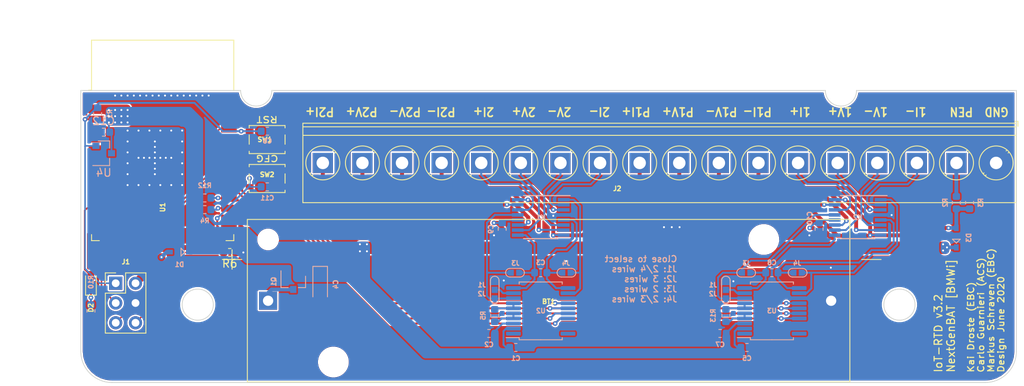
<source format=kicad_pcb>
(kicad_pcb (version 20171130) (host pcbnew "(5.1.5)-3")
  (title_block (title "IoT WA - RTD") (date 2020-04-23) (company "ACS/EBC - RWTH Aachen University"))
  (layers (0 F.Cu signal) (31 B.Cu signal) (34 B.Paste user) (35 F.Paste user) (36 B.SilkS user) (37 F.SilkS user) (38 B.Mask user) (39 F.Mask user) (44 Edge.Cuts user))
  (net 0 "")
  (net 1 GND)
  (net 2 +3V3)
  (net 3 "Net-(U1-Pad5)")
  (net 4 "Net-(U1-Pad6)")
  (net 5 "Net-(U1-Pad7)")
  (net 6 "Net-(U1-Pad8)")
  (net 7 "Net-(U1-Pad9)")
  (net 8 "Net-(U1-Pad11)")
  (net 9 "Net-(U1-Pad17)")
  (net 10 "Net-(U1-Pad18)")
  (net 11 "Net-(U1-Pad19)")
  (net 12 "Net-(U1-Pad21)")
  (net 13 "Net-(U1-Pad22)")
  (net 14 "Net-(U1-Pad20)")
  (net 15 "Net-(U1-Pad32)")
  (net 16 /ESP_IO0)
  (net 17 /ESP_RXD)
  (net 18 /ESP_TXD)
  (net 19 /ESP_EN)
  (net 20 /ESP_TDI)
  (net 21 /ESP_TDO)
  (net 22 /ESP_TCK)
  (net 23 /ESP_TMS)
  (net 24 /PLC_EN)
  (net 25 "Net-(U1-Pad10)")
  (net 26 "Net-(U1-Pad4)")
  (net 27 VCOM)
  (net 28 /ESP_DBG)
  (net 29 "Net-(BT1-Pad1)")
  (net 30 /2_V-)
  (net 31 /2_V+)
  (net 32 /1_V-)
  (net 33 /1_V+)
  (net 34 /PLC_ENX)
  (net 35 /PLC_2I-)
  (net 36 /2_I-)
  (net 37 /ESP_2I-)
  (net 38 /PLC_2I+)
  (net 39 /2_I+)
  (net 40 /ESP_2I+)
  (net 41 /PLC_2V+)
  (net 42 /ESP_2V+)
  (net 43 /PLC_2V-)
  (net 44 /ESP_2V-)
  (net 45 /PLC_1I-)
  (net 46 /1_I-)
  (net 47 /ESP_1I-)
  (net 48 /PLC_1I+)
  (net 49 /1_I+)
  (net 50 /ESP_1I+)
  (net 51 /PLC_1V+)
  (net 52 /ESP_1V+)
  (net 53 /PLC_1V-)
  (net 54 /ESP_1V-)
  (net 55 /ESP_CS2)
  (net 56 "Net-(R5-Pad2)")
  (net 57 "Net-(R5-Pad1)")
  (net 58 /ESP_CS1)
  (net 59 "Net-(R13-Pad2)")
  (net 60 "Net-(R13-Pad1)")
  (net 61 /ESP_SCK)
  (net 62 /ESP_SDO)
  (net 63 /ESP_SDI)
  (net 64 "Net-(U2-Pad20)")
  (net 65 "Net-(U3-Pad20)")
  (net 66 "Net-(D2-Pad1)")
  (net 67 "Net-(JP1-Pad2)")
  (net 68 "Net-(JP4-Pad2)")
  (net 69 "Net-(U1-Pad33)")
  (net 70 "Net-(U1-Pad36)")
  (net 71 /MAX31865_2/DRDY)
  (net 72 /MAX31865_1/DRDY)
  (net 73 "Net-(U1-Pad31)")
  (net 74 "Net-(U1-Pad37)")
  (net 75 "Net-(U1-Pad24)")
  (module Package_TO_SOT_SMD:SOT-23 (layer B.Cu) (at 96.536 101.957)
    (fp_text reference U4 (at 0 2.5) (layer B.SilkS) (effects (justify mirror)))
    (fp_text value TLV803S)
    (pad 3 smd rect (at 1 0) (size 0.9 0.8) (layers B.Cu B.Paste B.Mask) (net 2 +3V3))
    (pad 2 smd rect (at -1 -0.95) (size 0.9 0.8) (layers B.Cu B.Paste B.Mask) (net 19 /ESP_EN))
    (pad 1 smd rect (at -1 0.95) (size 0.9 0.8) (layers B.Cu B.Paste B.Mask) (net 1 GND))
  )
  (module Capacitor_SMD:C_0603_1608Metric (layer B.Cu) (at 96.52 99.251 180)
    (fp_text reference C12 (at 0 1.43) (layer B.SilkS) (effects (justify mirror)))
    (fp_text value 100n)
    (pad 2 smd roundrect (at 0.7875 0 180) (size 0.875 0.95) (layers B.Cu B.Paste B.Mask) (net 1 GND))
    (pad 1 smd roundrect (at -0.7875 0 180) (size 0.875 0.95) (layers B.Cu B.Paste B.Mask) (net 2 +3V3))
  )
  (module Connector_PinHeader_2.54mm:PinHeader_2x03_P2.54mm_Vertical (layer F.Cu) (at 98.075 118.65)
    (fp_text reference J1 (at 1.3 -2.75 180) (layer F.SilkS) (effects (font (size 0.6 0.6))))
    (fp_text value Conn_02x03)
    (pad 6 thru_hole oval (at 2.54 5.08) (size 1.7 1.7) (drill 1) (layers *.Cu *.Mask) (net 16 /ESP_IO0))
    (pad 5 thru_hole oval (at 0 5.08) (size 1.7 1.7) (drill 1) (layers *.Cu *.Mask) (net 17 /ESP_RXD))
    (pad 4 thru_hole oval (at 2.54 2.54) (size 1.7 1.7) (drill 1) (layers *.Cu *.Mask) (net 1 GND))
    (pad 3 thru_hole oval (at 0 2.54) (size 1.7 1.7) (drill 1) (layers *.Cu *.Mask) (net 18 /ESP_TXD))
    (pad 2 thru_hole oval (at 2.54 0) (size 1.7 1.7) (drill 1) (layers *.Cu *.Mask) (net 27 VCOM))
    (pad 1 thru_hole rect (at 0 0) (size 1.7 1.7) (drill 1) (layers *.Cu *.Mask) (net 19 /ESP_EN))
  )
  (module Resistor_SMD:R_0603_1608Metric (layer F.Cu) (at 112.7 114.7 180)
    (fp_text reference R6 (at 0 -1.43) (layer F.SilkS))
    (fp_text value 10k)
    (pad 2 smd roundrect (at 0.7875 0 180) (size 0.875 0.95) (layers F.Cu F.Paste F.Mask) (net 16 /ESP_IO0))
    (pad 1 smd roundrect (at -0.7875 0 180) (size 0.875 0.95) (layers F.Cu F.Paste F.Mask) (net 2 +3V3))
  )
  (module iot_rtd:SolderJumper-2_P1.1mm_Open_RoundedPad0.8x0.9mm (layer B.Cu) (at 149.29 117.3)
    (fp_text reference JP2 hide)
    (fp_text value Wires)
    (pad 1 smd custom (at -0.55 0) (size 0.8 0.3) (layers B.Cu B.Mask) (net 40 /ESP_2I+) (options (clearance outline) (anchor rect)) (primitives (gr_poly (pts (xy -0.1 0.4) (xy 0.4 0.4) (xy 0.4 -0.4) (xy -0.1 -0.4)) (width 0)) (gr_circle (center -0.1 0) (end 0.3 0) (width 0))))
    (pad 2 smd custom (at 0.55 0 180) (size 0.8 0.3) (layers B.Cu B.Mask) (net 42 /ESP_2V+) (options (clearance outline) (anchor rect)) (primitives (gr_poly (pts (xy -0.1 0.4) (xy 0.4 0.4) (xy 0.4 -0.4) (xy -0.1 -0.4)) (width 0)) (gr_circle (center -0.1 0) (end 0.3 0) (width 0))))
  )
  (module iot_rtd:SolderJumper-2_P1.1mm_Open_RoundedPad0.8x0.9mm (layer B.Cu) (at 155.89 117.3)
    (fp_text reference JP3 hide)
    (fp_text value Wires)
    (pad 1 smd custom (at -0.55 0) (size 0.8 0.3) (layers B.Cu B.Mask) (net 44 /ESP_2V-) (options (clearance outline) (anchor rect)) (primitives (gr_poly (pts (xy -0.1 0.4) (xy 0.4 0.4) (xy 0.4 -0.4) (xy -0.1 -0.4)) (width 0)) (gr_circle (center -0.1 0) (end 0.3 0) (width 0))))
    (pad 2 smd custom (at 0.55 0 180) (size 0.8 0.3) (layers B.Cu B.Mask) (net 37 /ESP_2I-) (options (clearance outline) (anchor rect)) (primitives (gr_poly (pts (xy -0.1 0.4) (xy 0.4 0.4) (xy 0.4 -0.4) (xy -0.1 -0.4)) (width 0)) (gr_circle (center -0.1 0) (end 0.3 0) (width 0))))
  )
  (module iot_rtd:SolderJumper-2_P1.1mm_Open_RoundedPad0.8x0.9mm (layer B.Cu) (at 178.94 117.3)
    (fp_text reference JP5 hide)
    (fp_text value Wires)
    (pad 1 smd custom (at -0.55 0) (size 0.8 0.3) (layers B.Cu B.Mask) (net 50 /ESP_1I+) (options (clearance outline) (anchor rect)) (primitives (gr_poly (pts (xy -0.1 0.4) (xy 0.4 0.4) (xy 0.4 -0.4) (xy -0.1 -0.4)) (width 0)) (gr_circle (center -0.1 0) (end 0.3 0) (width 0))))
    (pad 2 smd custom (at 0.55 0 180) (size 0.8 0.3) (layers B.Cu B.Mask) (net 52 /ESP_1V+) (options (clearance outline) (anchor rect)) (primitives (gr_poly (pts (xy -0.1 0.4) (xy 0.4 0.4) (xy 0.4 -0.4) (xy -0.1 -0.4)) (width 0)) (gr_circle (center -0.1 0) (end 0.3 0) (width 0))))
  )
  (module iot_rtd:SolderJumper-2_P1.1mm_Open_RoundedPad0.8x0.9mm (layer B.Cu) (at 185.54 117.3)
    (fp_text reference JP6 hide)
    (fp_text value Wires)
    (pad 1 smd custom (at -0.55 0) (size 0.8 0.3) (layers B.Cu B.Mask) (net 54 /ESP_1V-) (options (clearance outline) (anchor rect)) (primitives (gr_poly (pts (xy -0.1 0.4) (xy 0.4 0.4) (xy 0.4 -0.4) (xy -0.1 -0.4)) (width 0)) (gr_circle (center -0.1 0) (end 0.3 0) (width 0))))
    (pad 2 smd custom (at 0.55 0 180) (size 0.8 0.3) (layers B.Cu B.Mask) (net 47 /ESP_1I-) (options (clearance outline) (anchor rect)) (primitives (gr_poly (pts (xy -0.1 0.4) (xy 0.4 0.4) (xy 0.4 -0.4) (xy -0.1 -0.4)) (width 0)) (gr_circle (center -0.1 0) (end 0.3 0) (width 0))))
  )
  (module iot_rtd:TB004-508-18 (layer F.Cu) (at 211 103.2 180)
    (fp_text reference J2 (at 48.6 -3.3) (layer F.SilkS) (effects (font (size 0.6 0.6))))
    (fp_text value TB004-508-18)
    (pad 18 thru_hole rect (at 86.36 0 180) (size 2.6 2.6) (drill 1.6) (layers *.Cu *.Mask) (net 38 /PLC_2I+))
    (pad 17 thru_hole rect (at 81.28 0 180) (size 2.6 2.6) (drill 1.6) (layers *.Cu *.Mask) (net 41 /PLC_2V+))
    (pad 16 thru_hole rect (at 76.2 0 180) (size 2.6 2.6) (drill 1.6) (layers *.Cu *.Mask) (net 43 /PLC_2V-))
    (pad 15 thru_hole rect (at 71.12 0 180) (size 2.6 2.6) (drill 1.6) (layers *.Cu *.Mask) (net 35 /PLC_2I-))
    (pad 14 thru_hole rect (at 66.04 0 180) (size 2.6 2.6) (drill 1.6) (layers *.Cu *.Mask) (net 39 /2_I+))
    (pad 13 thru_hole rect (at 60.96 0 180) (size 2.6 2.6) (drill 1.6) (layers *.Cu *.Mask) (net 31 /2_V+))
    (pad 12 thru_hole rect (at 55.88 0 180) (size 2.6 2.6) (drill 1.6) (layers *.Cu *.Mask) (net 30 /2_V-))
    (pad 11 thru_hole rect (at 50.8 0 180) (size 2.6 2.6) (drill 1.6) (layers *.Cu *.Mask) (net 36 /2_I-))
    (pad 10 thru_hole rect (at 45.72 0 180) (size 2.6 2.6) (drill 1.6) (layers *.Cu *.Mask) (net 48 /PLC_1I+))
    (pad 9 thru_hole rect (at 40.64 0 180) (size 2.6 2.6) (drill 1.6) (layers *.Cu *.Mask) (net 51 /PLC_1V+))
    (pad 8 thru_hole rect (at 35.56 0 180) (size 2.6 2.6) (drill 1.6) (layers *.Cu *.Mask) (net 53 /PLC_1V-))
    (pad 7 thru_hole rect (at 30.48 0 180) (size 2.6 2.6) (drill 1.6) (layers *.Cu *.Mask) (net 45 /PLC_1I-))
    (pad 6 thru_hole rect (at 25.4 0 180) (size 2.6 2.6) (drill 1.6) (layers *.Cu *.Mask) (net 49 /1_I+))
    (pad 5 thru_hole rect (at 20.32 0 180) (size 2.6 2.6) (drill 1.6) (layers *.Cu *.Mask) (net 33 /1_V+))
    (pad 4 thru_hole rect (at 15.24 0 180) (size 2.6 2.6) (drill 1.6) (layers *.Cu *.Mask) (net 32 /1_V-))
    (pad 3 thru_hole rect (at 10.16 0 180) (size 2.6 2.6) (drill 1.6) (layers *.Cu *.Mask) (net 46 /1_I-))
    (pad 2 thru_hole rect (at 5.08 0 180) (size 2.6 2.6) (drill 1.6) (layers *.Cu *.Mask) (net 24 /PLC_EN))
    (pad 1 thru_hole rect (at 0 0 180) (size 2.6 2.6) (drill 1.6) (layers *.Cu *.Mask) (net 1 GND))
  )
  (module Package_SO:SSOP-20_5.3x7.2mm_P0.65mm (layer B.Cu) (at 152.59 122.2)
    (fp_text reference U2 (at 0.01 0) (layer B.SilkS) (effects (font (size 0.6 0.6)) (justify mirror)))
    (fp_text value MAX31865)
    (pad 20 smd roundrect (at 3.5 2.925) (size 1.9 0.5) (layers B.Cu B.Paste B.Mask) (net 64 "Net-(U2-Pad20)"))
    (pad 19 smd roundrect (at 3.5 2.275) (size 1.9 0.5) (layers B.Cu B.Paste B.Mask) (net 1 GND))
    (pad 18 smd roundrect (at 3.5 1.625) (size 1.9 0.5) (layers B.Cu B.Paste B.Mask) (net 1 GND))
    (pad 17 smd roundrect (at 3.5 0.975) (size 1.9 0.5) (layers B.Cu B.Paste B.Mask) (net 62 /ESP_SDO))
    (pad 16 smd roundrect (at 3.5 0.325) (size 1.9 0.5) (layers B.Cu B.Paste B.Mask) (net 55 /ESP_CS2))
    (pad 15 smd roundrect (at 3.5 -0.325) (size 1.9 0.5) (layers B.Cu B.Paste B.Mask) (net 61 /ESP_SCK))
    (pad 14 smd roundrect (at 3.5 -0.975) (size 1.9 0.5) (layers B.Cu B.Paste B.Mask) (net 63 /ESP_SDI))
    (pad 13 smd roundrect (at 3.5 -1.625) (size 1.9 0.5) (layers B.Cu B.Paste B.Mask) (net 1 GND))
    (pad 12 smd roundrect (at 3.5 -2.275) (size 1.9 0.5) (layers B.Cu B.Paste B.Mask) (net 37 /ESP_2I-))
    (pad 11 smd roundrect (at 3.5 -2.925) (size 1.9 0.5) (layers B.Cu B.Paste B.Mask) (net 44 /ESP_2V-))
    (pad 10 smd roundrect (at -3.5 -2.925) (size 1.9 0.5) (layers B.Cu B.Paste B.Mask) (net 42 /ESP_2V+))
    (pad 9 smd roundrect (at -3.5 -2.275) (size 1.9 0.5) (layers B.Cu B.Paste B.Mask) (net 67 "Net-(JP1-Pad2)"))
    (pad 8 smd roundrect (at -3.5 -1.625) (size 1.9 0.5) (layers B.Cu B.Paste B.Mask) (net 40 /ESP_2I+))
    (pad 7 smd roundrect (at -3.5 -0.975) (size 1.9 0.5) (layers B.Cu B.Paste B.Mask) (net 56 "Net-(R5-Pad2)"))
    (pad 6 smd roundrect (at -3.5 -0.325) (size 1.9 0.5) (layers B.Cu B.Paste B.Mask) (net 56 "Net-(R5-Pad2)"))
    (pad 5 smd roundrect (at -3.5 0.325) (size 1.9 0.5) (layers B.Cu B.Paste B.Mask) (net 57 "Net-(R5-Pad1)"))
    (pad 4 smd roundrect (at -3.5 0.975) (size 1.9 0.5) (layers B.Cu B.Paste B.Mask) (net 57 "Net-(R5-Pad1)"))
    (pad 3 smd roundrect (at -3.5 1.625) (size 1.9 0.5) (layers B.Cu B.Paste B.Mask) (net 2 +3V3))
    (pad 2 smd roundrect (at -3.5 2.275) (size 1.9 0.5) (layers B.Cu B.Paste B.Mask) (net 2 +3V3))
    (pad 1 smd roundrect (at -3.5 2.925) (size 1.9 0.5) (layers B.Cu B.Paste B.Mask) (net 71 /MAX31865_2/DRDY))
  )
  (module Package_SO:SSOP-20_5.3x7.2mm_P0.65mm (layer B.Cu) (at 182.24 122.2)
    (fp_text reference U3 (at 0 0) (layer B.SilkS) (effects (font (size 0.6 0.6)) (justify mirror)))
    (fp_text value MAX31865)
    (pad 20 smd roundrect (at 3.5 2.925) (size 1.9 0.5) (layers B.Cu B.Paste B.Mask) (net 65 "Net-(U3-Pad20)"))
    (pad 19 smd roundrect (at 3.5 2.275) (size 1.9 0.5) (layers B.Cu B.Paste B.Mask) (net 1 GND))
    (pad 18 smd roundrect (at 3.5 1.625) (size 1.9 0.5) (layers B.Cu B.Paste B.Mask) (net 1 GND))
    (pad 17 smd roundrect (at 3.5 0.975) (size 1.9 0.5) (layers B.Cu B.Paste B.Mask) (net 62 /ESP_SDO))
    (pad 16 smd roundrect (at 3.5 0.325) (size 1.9 0.5) (layers B.Cu B.Paste B.Mask) (net 58 /ESP_CS1))
    (pad 15 smd roundrect (at 3.5 -0.325) (size 1.9 0.5) (layers B.Cu B.Paste B.Mask) (net 61 /ESP_SCK))
    (pad 14 smd roundrect (at 3.5 -0.975) (size 1.9 0.5) (layers B.Cu B.Paste B.Mask) (net 63 /ESP_SDI))
    (pad 13 smd roundrect (at 3.5 -1.625) (size 1.9 0.5) (layers B.Cu B.Paste B.Mask) (net 1 GND))
    (pad 12 smd roundrect (at 3.5 -2.275) (size 1.9 0.5) (layers B.Cu B.Paste B.Mask) (net 47 /ESP_1I-))
    (pad 11 smd roundrect (at 3.5 -2.925) (size 1.9 0.5) (layers B.Cu B.Paste B.Mask) (net 54 /ESP_1V-))
    (pad 10 smd roundrect (at -3.5 -2.925) (size 1.9 0.5) (layers B.Cu B.Paste B.Mask) (net 52 /ESP_1V+))
    (pad 9 smd roundrect (at -3.5 -2.275) (size 1.9 0.5) (layers B.Cu B.Paste B.Mask) (net 68 "Net-(JP4-Pad2)"))
    (pad 8 smd roundrect (at -3.5 -1.625) (size 1.9 0.5) (layers B.Cu B.Paste B.Mask) (net 50 /ESP_1I+))
    (pad 7 smd roundrect (at -3.5 -0.975) (size 1.9 0.5) (layers B.Cu B.Paste B.Mask) (net 59 "Net-(R13-Pad2)"))
    (pad 6 smd roundrect (at -3.5 -0.325) (size 1.9 0.5) (layers B.Cu B.Paste B.Mask) (net 59 "Net-(R13-Pad2)"))
    (pad 5 smd roundrect (at -3.5 0.325) (size 1.9 0.5) (layers B.Cu B.Paste B.Mask) (net 60 "Net-(R13-Pad1)"))
    (pad 4 smd roundrect (at -3.5 0.975) (size 1.9 0.5) (layers B.Cu B.Paste B.Mask) (net 60 "Net-(R13-Pad1)"))
    (pad 3 smd roundrect (at -3.5 1.625) (size 1.9 0.5) (layers B.Cu B.Paste B.Mask) (net 2 +3V3))
    (pad 2 smd roundrect (at -3.5 2.275) (size 1.9 0.5) (layers B.Cu B.Paste B.Mask) (net 2 +3V3))
    (pad 1 smd roundrect (at -3.5 2.925) (size 1.9 0.5) (layers B.Cu B.Paste B.Mask) (net 72 /MAX31865_1/DRDY))
  )
  (module iot_rtd:BatteryHolder_Keystone_1043_1x18650 (layer F.Cu) (at 153.6 120.9)
    (fp_text reference BT1 (at 0 0.1) (layer F.SilkS) (effects (font (size 0.6 0.6))))
    (fp_text value "LiFePo4 18650")
    (pad 2 thru_hole circle (at 36.24 0) (size 2.32 2.32) (drill 1.32) (layers *.Cu *.Mask) (net 1 GND))
    (pad 1 thru_hole rect (at -35.98 0) (size 2.32 2.32) (drill 1.32) (layers *.Cu *.Mask) (net 29 "Net-(BT1-Pad1)"))
    (pad "" np_thru_hole circle (at 27.6 -7.87) (size 3.55 3.55) (drill 3.55) (layers *.Cu *.Mask))
    (pad "" np_thru_hole circle (at -27.6 7.87) (size 3.55 3.55) (drill 3.55) (layers *.Cu *.Mask))
    (pad "" np_thru_hole circle (at -35.98 -7.87) (size 2.39 2.39) (drill 2.39) (layers *.Cu *.Mask))
  )
  (module Capacitor_Tantalum_SMD:CP_EIA-3216-18_Kemet-A (layer B.Cu) (at 124.3 118.8 270)
    (fp_text reference C4 (at 0 -2 90) (layer B.SilkS) (effects (font (size 0.6 0.6)) (justify mirror)))
    (fp_text value 10u)
    (pad 2 smd roundrect (at 1.35 0 270) (size 1.4 1.35) (layers B.Cu B.Paste B.Mask) (roundrect_rratio 0.185185) (net 1 GND))
    (pad 1 smd roundrect (at -1.35 0 270) (size 1.4 1.35) (layers B.Cu B.Paste B.Mask) (roundrect_rratio 0.185185) (net 2 +3V3))
  )
  (module Capacitor_SMD:C_0603_1608Metric (layer B.Cu) (at 188.3 111.7 90)
    (fp_text reference C10 (at 1.4 -1.2 90) (layer B.SilkS) (effects (font (size 0.6 0.6)) (justify mirror)))
    (fp_text value 100n)
    (pad 2 smd roundrect (at 0.7875 0 90) (size 0.875 0.95) (layers B.Cu B.Paste B.Mask) (net 2 +3V3))
    (pad 1 smd roundrect (at -0.7875 0 90) (size 0.875 0.95) (layers B.Cu B.Paste B.Mask) (net 1 GND))
  )
  (module Capacitor_SMD:C_0603_1608Metric (layer B.Cu) (at 152.59 117.3)
    (fp_text reference C3 (at 0 -1.3) (layer B.SilkS) (effects (font (size 0.6 0.6)) (justify mirror)))
    (fp_text value 1u)
    (pad 2 smd roundrect (at 0.7875 0) (size 0.875 0.95) (layers B.Cu B.Paste B.Mask) (net 44 /ESP_2V-))
    (pad 1 smd roundrect (at -0.7875 0) (size 0.875 0.95) (layers B.Cu B.Paste B.Mask) (net 42 /ESP_2V+))
  )
  (module Resistor_SMD:R_0603_1608Metric (layer B.Cu) (at 94.9 122.2 270)
    (fp_text reference R10 (at -3.7 0 270) (layer B.SilkS) (effects (font (size 0.6 0.6)) (justify mirror)))
    (fp_text value 270)
    (pad 2 smd roundrect (at 0.7875 0 270) (size 0.875 0.95) (layers B.Cu B.Paste B.Mask) (net 1 GND))
    (pad 1 smd roundrect (at -0.7875 0 270) (size 0.875 0.95) (layers B.Cu B.Paste B.Mask) (net 66 "Net-(D2-Pad1)"))
  )
  (module LED_SMD:LED_0603_1608Metric_Castellated (layer F.Cu) (at 94.9 118.5 90)
    (fp_text reference D2 (at -3.3 0 90) (layer F.SilkS) (effects (font (size 0.6 0.6))))
    (fp_text value 150060RS75000)
    (pad 2 smd roundrect (at 0.8125 0 90) (size 1.225 0.85) (layers F.Cu F.Paste F.Mask) (net 28 /ESP_DBG))
    (pad 1 smd roundrect (at -0.8125 0 90) (size 1.225 0.85) (layers F.Cu F.Paste F.Mask) (net 66 "Net-(D2-Pad1)"))
  )
  (module Resistor_SMD:R_0603_1608Metric (layer B.Cu) (at 176.34 122.8 90)
    (fp_text reference R13 (at 0 -1.64 90) (layer B.SilkS) (effects (font (size 0.6 0.6)) (justify mirror)))
    (fp_text value "402 0.1%")
    (pad 2 smd roundrect (at 0.7875 0 90) (size 0.875 0.95) (layers B.Cu B.Paste B.Mask) (net 59 "Net-(R13-Pad2)"))
    (pad 1 smd roundrect (at -0.7875 0 90) (size 0.875 0.95) (layers B.Cu B.Paste B.Mask) (net 60 "Net-(R13-Pad1)"))
  )
  (module Resistor_SMD:R_0603_1608Metric (layer B.Cu) (at 109.5 107.7)
    (fp_text reference R12 (at 0 -1.6) (layer B.SilkS) (effects (font (size 0.6 0.6)) (justify mirror)))
    (fp_text value 3.3k)
    (pad 2 smd roundrect (at 0.7875 0) (size 0.875 0.95) (layers B.Cu B.Paste B.Mask) (net 58 /ESP_CS1))
    (pad 1 smd roundrect (at -0.7875 0) (size 0.875 0.95) (layers B.Cu B.Paste B.Mask) (net 2 +3V3))
  )
  (module Resistor_SMD:R_0603_1608Metric (layer B.Cu) (at 146.69 122.8 90)
    (fp_text reference R5 (at 0 -1.49 -90) (layer B.SilkS) (effects (font (size 0.6 0.6)) (justify mirror)))
    (fp_text value "402 0.1%")
    (pad 2 smd roundrect (at 0.7875 0 90) (size 0.875 0.95) (layers B.Cu B.Paste B.Mask) (net 56 "Net-(R5-Pad2)"))
    (pad 1 smd roundrect (at -0.7875 0 90) (size 0.875 0.95) (layers B.Cu B.Paste B.Mask) (net 57 "Net-(R5-Pad1)"))
  )
  (module Resistor_SMD:R_0603_1608Metric (layer B.Cu) (at 109.5 109.2)
    (fp_text reference R4 (at 0 1.43) (layer B.SilkS) (effects (font (size 0.6 0.6)) (justify mirror)))
    (fp_text value 3.3k)
    (pad 2 smd roundrect (at 0.7875 0) (size 0.875 0.95) (layers B.Cu B.Paste B.Mask) (net 55 /ESP_CS2))
    (pad 1 smd roundrect (at -0.7875 0) (size 0.875 0.95) (layers B.Cu B.Paste B.Mask) (net 2 +3V3))
  )
  (module Resistor_SMD:R_0603_1608Metric (layer B.Cu) (at 207.6 108.3 90)
    (fp_text reference R3 (at 0 1.43 90) (layer B.SilkS) (effects (font (size 0.6 0.6)) (justify mirror)))
    (fp_text value 1k)
    (pad 2 smd roundrect (at 0.7875 0 90) (size 0.875 0.95) (layers B.Cu B.Paste B.Mask) (net 1 GND))
    (pad 1 smd roundrect (at -0.7875 0 90) (size 0.875 0.95) (layers B.Cu B.Paste B.Mask) (net 34 /PLC_ENX))
  )
  (module Resistor_SMD:R_0603_1608Metric (layer B.Cu) (at 205.9 108.3 270)
    (fp_text reference R2 (at 0 1.43 90) (layer B.SilkS) (effects (font (size 0.6 0.6)) (justify mirror)))
    (fp_text value 6.8k)
    (pad 2 smd roundrect (at 0.7875 0 270) (size 0.875 0.95) (layers B.Cu B.Paste B.Mask) (net 34 /PLC_ENX))
    (pad 1 smd roundrect (at -0.7875 0 270) (size 0.875 0.95) (layers B.Cu B.Paste B.Mask) (net 24 /PLC_EN))
  )
  (module Package_TO_SOT_SMD:SOT-23 (layer B.Cu) (at 120.85 118.45 270)
    (fp_text reference Q1 (at 0 2.5 90) (layer B.SilkS) (effects (font (size 0.6 0.6)) (justify mirror)))
    (fp_text value Si2323)
    (pad 3 smd rect (at 1 0 270) (size 0.9 0.8) (layers B.Cu B.Paste B.Mask) (net 29 "Net-(BT1-Pad1)"))
    (pad 2 smd rect (at -1 -0.95 270) (size 0.9 0.8) (layers B.Cu B.Paste B.Mask) (net 2 +3V3))
    (pad 1 smd rect (at -1 0.95 270) (size 0.9 0.8) (layers B.Cu B.Paste B.Mask) (net 1 GND))
  )
  (module Package_SO:TSSOP-16_4.4x5mm_P0.65mm (layer B.Cu) (at 193.24 110.2 180)
    (fp_text reference K2 (at 0 0) (layer B.SilkS) (effects (font (size 0.6 0.6)) (justify mirror)))
    (fp_text value TS3A44159)
    (pad 16 smd rect (at 2.95 2.275 180) (size 1.5 0.45) (layers B.Cu B.Paste B.Mask) (net 34 /PLC_ENX))
    (pad 15 smd rect (at 2.95 1.625 180) (size 1.5 0.45) (layers B.Cu B.Paste B.Mask) (net 48 /PLC_1I+))
    (pad 14 smd rect (at 2.95 0.975 180) (size 1.5 0.45) (layers B.Cu B.Paste B.Mask) (net 49 /1_I+))
    (pad 13 smd rect (at 2.95 0.325 180) (size 1.5 0.45) (layers B.Cu B.Paste B.Mask) (net 50 /ESP_1I+))
    (pad 12 smd rect (at 2.95 -0.325 180) (size 1.5 0.45) (layers B.Cu B.Paste B.Mask) (net 2 +3V3))
    (pad 11 smd rect (at 2.95 -0.975 180) (size 1.5 0.45) (layers B.Cu B.Paste B.Mask) (net 51 /PLC_1V+))
    (pad 10 smd rect (at 2.95 -1.625 180) (size 1.5 0.45) (layers B.Cu B.Paste B.Mask) (net 33 /1_V+))
    (pad 9 smd rect (at 2.95 -2.275 180) (size 1.5 0.45) (layers B.Cu B.Paste B.Mask) (net 52 /ESP_1V+))
    (pad 8 smd rect (at -2.95 -2.275 180) (size 1.5 0.45) (layers B.Cu B.Paste B.Mask) (net 34 /PLC_ENX))
    (pad 7 smd rect (at -2.95 -1.625 180) (size 1.5 0.45) (layers B.Cu B.Paste B.Mask) (net 53 /PLC_1V-))
    (pad 6 smd rect (at -2.95 -0.975 180) (size 1.5 0.45) (layers B.Cu B.Paste B.Mask) (net 32 /1_V-))
    (pad 5 smd rect (at -2.95 -0.325 180) (size 1.5 0.45) (layers B.Cu B.Paste B.Mask) (net 54 /ESP_1V-))
    (pad 4 smd rect (at -2.95 0.325 180) (size 1.5 0.45) (layers B.Cu B.Paste B.Mask) (net 1 GND))
    (pad 3 smd rect (at -2.95 0.975 180) (size 1.5 0.45) (layers B.Cu B.Paste B.Mask) (net 45 /PLC_1I-))
    (pad 2 smd rect (at -2.95 1.625 180) (size 1.5 0.45) (layers B.Cu B.Paste B.Mask) (net 46 /1_I-))
    (pad 1 smd rect (at -2.95 2.275 180) (size 1.5 0.45) (layers B.Cu B.Paste B.Mask) (net 47 /ESP_1I-))
  )
  (module Package_SO:TSSOP-16_4.4x5mm_P0.65mm (layer B.Cu) (at 152.59 110.2 180)
    (fp_text reference K1 (at 0 0) (layer B.SilkS) (effects (font (size 0.6 0.6)) (justify mirror)))
    (fp_text value TS3A44159)
    (pad 16 smd rect (at 2.95 2.275 180) (size 1.5 0.45) (layers B.Cu B.Paste B.Mask) (net 34 /PLC_ENX))
    (pad 15 smd rect (at 2.95 1.625 180) (size 1.5 0.45) (layers B.Cu B.Paste B.Mask) (net 38 /PLC_2I+))
    (pad 14 smd rect (at 2.95 0.975 180) (size 1.5 0.45) (layers B.Cu B.Paste B.Mask) (net 39 /2_I+))
    (pad 13 smd rect (at 2.95 0.325 180) (size 1.5 0.45) (layers B.Cu B.Paste B.Mask) (net 40 /ESP_2I+))
    (pad 12 smd rect (at 2.95 -0.325 180) (size 1.5 0.45) (layers B.Cu B.Paste B.Mask) (net 2 +3V3))
    (pad 11 smd rect (at 2.95 -0.975 180) (size 1.5 0.45) (layers B.Cu B.Paste B.Mask) (net 41 /PLC_2V+))
    (pad 10 smd rect (at 2.95 -1.625 180) (size 1.5 0.45) (layers B.Cu B.Paste B.Mask) (net 31 /2_V+))
    (pad 9 smd rect (at 2.95 -2.275 180) (size 1.5 0.45) (layers B.Cu B.Paste B.Mask) (net 42 /ESP_2V+))
    (pad 8 smd rect (at -2.95 -2.275 180) (size 1.5 0.45) (layers B.Cu B.Paste B.Mask) (net 34 /PLC_ENX))
    (pad 7 smd rect (at -2.95 -1.625 180) (size 1.5 0.45) (layers B.Cu B.Paste B.Mask) (net 43 /PLC_2V-))
    (pad 6 smd rect (at -2.95 -0.975 180) (size 1.5 0.45) (layers B.Cu B.Paste B.Mask) (net 30 /2_V-))
    (pad 5 smd rect (at -2.95 -0.325 180) (size 1.5 0.45) (layers B.Cu B.Paste B.Mask) (net 44 /ESP_2V-))
    (pad 4 smd rect (at -2.95 0.325 180) (size 1.5 0.45) (layers B.Cu B.Paste B.Mask) (net 1 GND))
    (pad 3 smd rect (at -2.95 0.975 180) (size 1.5 0.45) (layers B.Cu B.Paste B.Mask) (net 35 /PLC_2I-))
    (pad 2 smd rect (at -2.95 1.625 180) (size 1.5 0.45) (layers B.Cu B.Paste B.Mask) (net 36 /2_I-))
    (pad 1 smd rect (at -2.95 2.275 180) (size 1.5 0.45) (layers B.Cu B.Paste B.Mask) (net 37 /ESP_2I-))
  )
  (module iot_rtd:BAT60A (layer B.Cu) (at 205.9 112.8 90)
    (fp_text reference D3 (at 0 1.6 90) (layer B.SilkS) (effects (font (size 0.6 0.6)) (justify mirror)))
    (fp_text value BAT60A)
    (pad 2 smd rect (at 1.25 0 90) (size 0.8 0.6) (layers B.Cu B.Paste B.Mask) (net 34 /PLC_ENX))
    (pad 1 smd rect (at -1.25 0 90) (size 0.8 0.6) (layers B.Cu B.Paste B.Mask) (net 2 +3V3))
  )
  (module Capacitor_SMD:C_0603_1608Metric (layer B.Cu) (at 182.24 117.3)
    (fp_text reference C8 (at 0 -1.3) (layer B.SilkS) (effects (font (size 0.6 0.6)) (justify mirror)))
    (fp_text value 1u)
    (pad 2 smd roundrect (at 0.7875 0) (size 0.875 0.95) (layers B.Cu B.Paste B.Mask) (net 54 /ESP_1V-))
    (pad 1 smd roundrect (at -0.7875 0) (size 0.875 0.95) (layers B.Cu B.Paste B.Mask) (net 52 /ESP_1V+))
  )
  (module Capacitor_SMD:C_0603_1608Metric (layer B.Cu) (at 175.6 125.1)
    (fp_text reference C7 (at 0 1.43) (layer B.SilkS) (effects (font (size 0.6 0.6)) (justify mirror)))
    (fp_text value 100n)
    (pad 2 smd roundrect (at 0.7875 0) (size 0.875 0.95) (layers B.Cu B.Paste B.Mask) (net 2 +3V3))
    (pad 1 smd roundrect (at -0.7875 0) (size 0.875 0.95) (layers B.Cu B.Paste B.Mask) (net 1 GND))
  )
  (module Capacitor_SMD:C_0603_1608Metric (layer B.Cu) (at 179.04 126.9 180)
    (fp_text reference C5 (at 0 -1.4) (layer B.SilkS) (effects (font (size 0.6 0.6)) (justify mirror)))
    (fp_text value 100n)
    (pad 2 smd roundrect (at 0.7875 0 180) (size 0.875 0.95) (layers B.Cu B.Paste B.Mask) (net 2 +3V3))
    (pad 1 smd roundrect (at -0.7875 0 180) (size 0.875 0.95) (layers B.Cu B.Paste B.Mask) (net 1 GND))
  )
  (module Capacitor_SMD:C_0603_1608Metric (layer B.Cu) (at 145.95 125.1)
    (fp_text reference C2 (at 0 1.43) (layer B.SilkS) (effects (font (size 0.6 0.6)) (justify mirror)))
    (fp_text value 100n)
    (pad 2 smd roundrect (at 0.7875 0) (size 0.875 0.95) (layers B.Cu B.Paste B.Mask) (net 2 +3V3))
    (pad 1 smd roundrect (at -0.7875 0) (size 0.875 0.95) (layers B.Cu B.Paste B.Mask) (net 1 GND))
  )
  (module Capacitor_SMD:C_0603_1608Metric (layer B.Cu) (at 149.39 126.9 180)
    (fp_text reference C1 (at 0 -1.4) (layer B.SilkS) (effects (font (size 0.6 0.6)) (justify mirror)))
    (fp_text value 100n)
    (pad 2 smd roundrect (at 0.7875 0 180) (size 0.875 0.95) (layers B.Cu B.Paste B.Mask) (net 2 +3V3))
    (pad 1 smd roundrect (at -0.7875 0 180) (size 0.875 0.95) (layers B.Cu B.Paste B.Mask) (net 1 GND))
  )
  (module iot_rtd:ESP32-WROOM-32D (layer F.Cu) (at 104.1 103.3)
    (fp_text reference U1 (at 0 5.6 -270) (layer F.SilkS) (effects (font (size 0.6 0.6))))
    (fp_text value ESP32-WROOM-32D)
    (pad 39 smd rect (at 0.4 -2.2) (size 2 2) (layers F.Cu F.Paste) (net 1 GND))
    (pad 39 smd rect (at 0.4 0.7) (size 2 2) (layers F.Cu F.Paste) (net 1 GND))
    (pad 39 smd rect (at -2.4 0.7) (size 2 2) (layers F.Cu F.Paste) (net 1 GND))
    (pad 39 smd rect (at -2.4 -2.2) (size 2 2) (layers F.Cu F.Paste) (net 1 GND))
    (pad 39 smd rect (at -1 -0.755) (size 5 5) (layers F.Cu F.Mask) (net 1 GND))
    (pad 1 smd rect (at -8.5 -8.255) (size 2 0.9) (layers F.Cu F.Paste F.Mask) (net 1 GND))
    (pad 2 smd rect (at -8.5 -6.985) (size 2 0.9) (layers F.Cu F.Paste F.Mask) (net 2 +3V3))
    (pad 3 smd rect (at -8.5 -5.715) (size 2 0.9) (layers F.Cu F.Paste F.Mask) (net 19 /ESP_EN))
    (pad 4 smd rect (at -8.5 -4.445) (size 2 0.9) (layers F.Cu F.Paste F.Mask) (net 26 "Net-(U1-Pad4)"))
    (pad 5 smd rect (at -8.5 -3.175) (size 2 0.9) (layers F.Cu F.Paste F.Mask) (net 3 "Net-(U1-Pad5)"))
    (pad 6 smd rect (at -8.5 -1.905) (size 2 0.9) (layers F.Cu F.Paste F.Mask) (net 4 "Net-(U1-Pad6)"))
    (pad 7 smd rect (at -8.5 -0.635) (size 2 0.9) (layers F.Cu F.Paste F.Mask) (net 5 "Net-(U1-Pad7)"))
    (pad 8 smd rect (at -8.5 0.635) (size 2 0.9) (layers F.Cu F.Paste F.Mask) (net 6 "Net-(U1-Pad8)"))
    (pad 9 smd rect (at -8.5 1.905) (size 2 0.9) (layers F.Cu F.Paste F.Mask) (net 7 "Net-(U1-Pad9)"))
    (pad 10 smd rect (at -8.5 3.175) (size 2 0.9) (layers F.Cu F.Paste F.Mask) (net 25 "Net-(U1-Pad10)"))
    (pad 11 smd rect (at -8.5 4.445) (size 2 0.9) (layers F.Cu F.Paste F.Mask) (net 8 "Net-(U1-Pad11)"))
    (pad 12 smd rect (at -8.5 5.715) (size 2 0.9) (layers F.Cu F.Paste F.Mask) (net 28 /ESP_DBG))
    (pad 13 smd rect (at -8.5 6.985) (size 2 0.9) (layers F.Cu F.Paste F.Mask) (net 23 /ESP_TMS))
    (pad 14 smd rect (at -8.5 8.255) (size 2 0.9) (layers F.Cu F.Paste F.Mask) (net 20 /ESP_TDI))
    (pad 15 smd rect (at -5.715 9.255 90) (size 2 0.9) (layers F.Cu F.Paste F.Mask) (net 1 GND))
    (pad 16 smd rect (at -4.445 9.255 90) (size 2 0.9) (layers F.Cu F.Paste F.Mask) (net 22 /ESP_TCK))
    (pad 17 smd rect (at -3.175 9.255 90) (size 2 0.9) (layers F.Cu F.Paste F.Mask) (net 9 "Net-(U1-Pad17)"))
    (pad 18 smd rect (at -1.905 9.255 90) (size 2 0.9) (layers F.Cu F.Paste F.Mask) (net 10 "Net-(U1-Pad18)"))
    (pad 19 smd rect (at -0.635 9.255 90) (size 2 0.9) (layers F.Cu F.Paste F.Mask) (net 11 "Net-(U1-Pad19)"))
    (pad 20 smd rect (at 0.635 9.255 90) (size 2 0.9) (layers F.Cu F.Paste F.Mask) (net 14 "Net-(U1-Pad20)"))
    (pad 21 smd rect (at 1.905 9.255 90) (size 2 0.9) (layers F.Cu F.Paste F.Mask) (net 12 "Net-(U1-Pad21)"))
    (pad 22 smd rect (at 3.175 9.255 90) (size 2 0.9) (layers F.Cu F.Paste F.Mask) (net 13 "Net-(U1-Pad22)"))
    (pad 23 smd rect (at 4.445 9.255 90) (size 2 0.9) (layers F.Cu F.Paste F.Mask) (net 21 /ESP_TDO))
    (pad 24 smd rect (at 5.715 9.255 90) (size 2 0.9) (layers F.Cu F.Paste F.Mask) (net 75 "Net-(U1-Pad24)"))
    (pad 25 smd rect (at 8.5 8.255) (size 2 0.9) (layers F.Cu F.Paste F.Mask) (net 16 /ESP_IO0))
    (pad 26 smd rect (at 8.5 6.985) (size 2 0.9) (layers F.Cu F.Paste F.Mask) (net 62 /ESP_SDO))
    (pad 27 smd rect (at 8.5 5.715) (size 2 0.9) (layers F.Cu F.Paste F.Mask) (net 55 /ESP_CS2))
    (pad 28 smd rect (at 8.5 4.445) (size 2 0.9) (layers F.Cu F.Paste F.Mask) (net 58 /ESP_CS1))
    (pad 29 smd rect (at 8.5 3.175) (size 2 0.9) (layers F.Cu F.Paste F.Mask) (net 61 /ESP_SCK))
    (pad 30 smd rect (at 8.5 1.905) (size 2 0.9) (layers F.Cu F.Paste F.Mask) (net 63 /ESP_SDI))
    (pad 31 smd rect (at 8.5 0.635) (size 2 0.9) (layers F.Cu F.Paste F.Mask) (net 73 "Net-(U1-Pad31)"))
    (pad 32 smd rect (at 8.5 -0.635) (size 2 0.9) (layers F.Cu F.Paste F.Mask) (net 15 "Net-(U1-Pad32)"))
    (pad 33 smd rect (at 8.5 -1.905) (size 2 0.9) (layers F.Cu F.Paste F.Mask) (net 69 "Net-(U1-Pad33)"))
    (pad 34 smd rect (at 8.5 -3.175) (size 2 0.9) (layers F.Cu F.Paste F.Mask) (net 17 /ESP_RXD))
    (pad 35 smd rect (at 8.5 -4.445) (size 2 0.9) (layers F.Cu F.Paste F.Mask) (net 18 /ESP_TXD))
    (pad 36 smd rect (at 8.5 -5.715) (size 2 0.9) (layers F.Cu F.Paste F.Mask) (net 70 "Net-(U1-Pad36)"))
    (pad 37 smd rect (at 8.5 -6.985) (size 2 0.9) (layers F.Cu F.Paste F.Mask) (net 74 "Net-(U1-Pad37)"))
    (pad 38 smd rect (at 8.5 -8.255) (size 2 0.9) (layers F.Cu F.Paste F.Mask) (net 1 GND))
  )
  (module Resistor_SMD:R_0603_1608Metric (layer B.Cu) (at 95.758 96.901 90)
    (fp_text reference R1 (at 0 1.55 270) (layer B.SilkS) (effects (font (size 0.6 0.6)) (justify mirror)))
    (fp_text value 10k)
    (pad 2 smd roundrect (at 0.7875 0 90) (size 0.875 0.95) (layers B.Cu B.Paste B.Mask) (net 19 /ESP_EN))
    (pad 1 smd roundrect (at -0.7875 0 90) (size 0.875 0.95) (layers B.Cu B.Paste B.Mask) (net 2 +3V3))
  )
  (module Capacitor_SMD:C_0603_1608Metric (layer B.Cu) (at 117.525 99.125)
    (fp_text reference C6 (at 0 1.25) (layer B.SilkS) (effects (font (size 0.6 0.6)) (justify mirror)))
    (fp_text value 100n)
    (pad 2 smd roundrect (at 0.7875 0) (size 0.875 0.95) (layers B.Cu B.Paste B.Mask) (net 1 GND))
    (pad 1 smd roundrect (at -0.7875 0) (size 0.875 0.95) (layers B.Cu B.Paste B.Mask) (net 19 /ESP_EN))
  )
  (module iot_rtd:BAT60A (layer B.Cu) (at 106.25 114.65 180)
    (fp_text reference D1 (at 0 -1.6) (layer B.SilkS) (effects (font (size 0.6 0.6)) (justify mirror)))
    (fp_text value BAT60A)
    (pad 2 smd rect (at 1.25 0 180) (size 0.8 0.6) (layers B.Cu B.Paste B.Mask) (net 27 VCOM))
    (pad 1 smd rect (at -1.25 0 180) (size 0.8 0.6) (layers B.Cu B.Paste B.Mask) (net 2 +3V3))
  )
  (module iot_rtd:PTS815 (layer F.Cu) (at 117.5 100.2)
    (fp_text reference SW1 (at -0.3 0) (layer F.SilkS) (effects (font (size 0.6 0.6))))
    (fp_text value PTS815)
    (pad 2 smd rect (at -2.25 1.075) (size 1 0.7) (layers F.Cu F.Paste F.Mask) (net 1 GND))
    (pad 2 smd rect (at 2.25 1.075) (size 1 0.7) (layers F.Cu F.Paste F.Mask) (net 1 GND))
    (pad 1 smd rect (at 2.25 -1.075) (size 1 0.7) (layers F.Cu F.Paste F.Mask) (net 19 /ESP_EN))
    (pad 1 smd rect (at -2.25 -1.075) (size 1 0.7) (layers F.Cu F.Paste F.Mask) (net 19 /ESP_EN))
  )
  (module iot_rtd:SolderJumper-3_P1.1mm_Open_RoundedPad0.8x0.9mm (layer B.Cu) (at 146.69 119.5 270)
    (fp_text reference JP1 hide)
    (fp_text value Wires)
    (pad 2 smd rect (at 0 0 270) (size 0.8 0.8) (layers B.Cu B.Mask) (net 67 "Net-(JP1-Pad2)"))
    (pad 3 smd custom (at 1.1 0 90) (size 0.8 0.3) (layers B.Cu B.Mask) (net 40 /ESP_2I+) (options (clearance outline) (anchor rect)) (primitives (gr_poly (pts (xy -0.1 0.4) (xy 0.4 0.4) (xy 0.4 -0.4) (xy -0.1 -0.4)) (width 0)) (gr_circle (center -0.1 0) (end 0.3 0) (width 0))))
    (pad 1 smd custom (at -1.1 0 270) (size 0.8 0.3) (layers B.Cu B.Mask) (net 1 GND) (options (clearance outline) (anchor rect)) (primitives (gr_poly (pts (xy -0.1 0.4) (xy 0.4 0.4) (xy 0.4 -0.4) (xy -0.1 -0.4)) (width 0)) (gr_circle (center -0.1 0) (end 0.3 0) (width 0))))
  )
  (module iot_rtd:SolderJumper-3_P1.1mm_Open_RoundedPad0.8x0.9mm (layer B.Cu) (at 176.34 119.5 270)
    (fp_text reference JP4 hide)
    (fp_text value Wires)
    (pad 2 smd rect (at 0 0 270) (size 0.8 0.8) (layers B.Cu B.Mask) (net 68 "Net-(JP4-Pad2)"))
    (pad 3 smd custom (at 1.1 0 90) (size 0.8 0.3) (layers B.Cu B.Mask) (net 50 /ESP_1I+) (options (clearance outline) (anchor rect)) (primitives (gr_poly (pts (xy -0.1 0.4) (xy 0.4 0.4) (xy 0.4 -0.4) (xy -0.1 -0.4)) (width 0)) (gr_circle (center -0.1 0) (end 0.3 0) (width 0))))
    (pad 1 smd custom (at -1.1 0 270) (size 0.8 0.3) (layers B.Cu B.Mask) (net 1 GND) (options (clearance outline) (anchor rect)) (primitives (gr_poly (pts (xy -0.1 0.4) (xy 0.4 0.4) (xy 0.4 -0.4) (xy -0.1 -0.4)) (width 0)) (gr_circle (center -0.1 0) (end 0.3 0) (width 0))))
  )
  (module Capacitor_SMD:C_0603_1608Metric (layer B.Cu) (at 147.65 111.7 90)
    (fp_text reference C9 (at 0 -1.45 90) (layer B.SilkS) (effects (font (size 0.6 0.6)) (justify mirror)))
    (fp_text value 100n)
    (pad 2 smd roundrect (at 0.7875 0 90) (size 0.875 0.95) (layers B.Cu B.Paste B.Mask) (net 2 +3V3))
    (pad 1 smd roundrect (at -0.7875 0 90) (size 0.875 0.95) (layers B.Cu B.Paste B.Mask) (net 1 GND))
  )
  (module Capacitor_SMD:C_0603_1608Metric (layer B.Cu) (at 117.5125 106.275)
    (fp_text reference C11 (at 0 1.43) (layer B.SilkS) (effects (font (size 0.6 0.6)) (justify mirror)))
    (fp_text value 100n)
    (pad 1 smd roundrect (at -0.7875 0) (size 0.875 0.95) (layers B.Cu B.Paste B.Mask) (net 16 /ESP_IO0))
    (pad 2 smd roundrect (at 0.7875 0) (size 0.875 0.95) (layers B.Cu B.Paste B.Mask) (net 1 GND))
  )
  (module iot_rtd:PTS815 (layer F.Cu) (at 117.5 105.2 180)
    (fp_text reference SW2 (at 0 0.5) (layer F.SilkS) (effects (font (size 0.6 0.6))))
    (fp_text value PTS815)
    (pad 1 smd rect (at -2.25 -1.075 180) (size 1 0.7) (layers F.Cu F.Paste F.Mask) (net 16 /ESP_IO0))
    (pad 1 smd rect (at 2.25 -1.075 180) (size 1 0.7) (layers F.Cu F.Paste F.Mask) (net 16 /ESP_IO0))
    (pad 2 smd rect (at 2.25 1.075 180) (size 1 0.7) (layers F.Cu F.Paste F.Mask) (net 1 GND))
    (pad 2 smd rect (at -2.25 1.075 180) (size 1 0.7) (layers F.Cu F.Paste F.Mask) (net 1 GND))
  )
  (gr_text J2 (at 174.684 120.015) (layer B.SilkS) (effects (font (size 0.6 0.6)) (justify mirror)))
  (gr_text J3 (at 179.002 116.078) (layer B.SilkS) (effects (font (size 0.6 0.6)) (justify mirror)))
  (gr_text J4 (at 185.479 116.078) (layer B.SilkS) (effects (font (size 0.6 0.6)) (justify mirror)))
  (gr_text J1 (at 174.684 118.872) (layer B.SilkS) (effects (font (size 0.6 0.6)) (justify mirror)))
  (gr_text J1 (at 145.034 118.872) (layer B.SilkS) (effects (font (size 0.6 0.6)) (justify mirror)))
  (gr_text J2 (at 145.034 120.015) (layer B.SilkS) (effects (font (size 0.6 0.6)) (justify mirror)))
  (gr_text J3 (at 149.352 116.078) (layer B.SilkS) (effects (font (size 0.6 0.6)) (justify mirror)))
  (gr_text J4 (at 155.829 116.078) (layer B.SilkS) (effects (font (size 0.6 0.6)) (justify mirror)))
  (gr_text "Close to select\nJ1: 2/4 wires\nJ2: 3 wires\nJ3: 2 wires\nJ4: 2/3 wires" (at 170.18 118.11) (layer B.SilkS) (effects (font (size 0.8 0.8)) (justify left mirror)))
  (gr_text "Kai Droste (EBC)\nCarlo Guarnieri (ACS)\nMarkus Schraven (EBC)\nDesign June 2020" (at 209.7 130.2 90) (layer F.SilkS) (effects (font (size 0.8 0.9)) (justify left)))
  (gr_text CFG (at 117.5 102.6 180) (layer F.SilkS) (effects (font (size 0.8 1))))
  (gr_text "GND  PEN    1I-   1V-  1V+   1I+   P1I- P1V-  P1V+  P1I+  2I-   2V-  2V+   2I+   P2I- P2V-  P2V+  P2I+" (at 167.49 96.63 180) (layer F.SilkS) (effects (font (size 1.1 1) (thickness 0.2))))
  (gr_text "IoT-RTD v3.2\nNextGenBAT [BMWi]" (at 204.4 130.2 90) (layer F.SilkS) (effects (font (size 1 1)) (justify left)))
  (gr_text RST (at 117.5 97.6 180) (layer F.SilkS) (effects (font (size 0.8 1))))
  (gr_line (start 114.1 93.9) (end 93.6 93.9) (layer Edge.Cuts) (width 0.1))
  (gr_line (start 193.1 93.9) (end 213.6 93.9) (layer Edge.Cuts) (width 0.1))
  (gr_arc (start 191.1 93.9) (end 189.1 93.9) (angle -180) (layer Edge.Cuts) (width 0.1))
  (gr_arc (start 116.1 93.9) (end 114.1 93.9) (angle -180) (layer Edge.Cuts) (width 0.1))
  (gr_arc (start 209.6 127.4) (end 209.6 131.4) (angle -90) (layer Edge.Cuts) (width 0.1))
  (gr_arc (start 97.6 127.4) (end 93.6 127.4) (angle -90) (layer Edge.Cuts) (width 0.1))
  (gr_line (start 93.6 93.9) (end 93.6 127.4) (layer Edge.Cuts) (width 0.1))
  (gr_line (start 97.6 131.4) (end 209.6 131.4) (layer Edge.Cuts) (width 0.1))
  (gr_circle (center 198.6 121.4) (end 200.6 121.4) (layer Edge.Cuts) (width 0.1))
  (gr_circle (center 108.6 121.4) (end 110.6 121.4) (layer Edge.Cuts) (width 0.1))
  (gr_line (start 213.6 93.9) (end 213.6 127.4) (layer Edge.Cuts) (width 0.1))
  (gr_line (start 118.1 93.9) (end 189.1 93.9) (layer Edge.Cuts) (width 0.1))
  (via (at 106.6 104.645) (size 0.6) (drill 0.25) (layers F.Cu B.Cu) (net 1))
  (via (at 106.6 103.245) (size 0.6) (drill 0.25) (layers F.Cu B.Cu) (net 1))
  (via (at 106.6 101.845) (size 0.6) (drill 0.25) (layers F.Cu B.Cu) (net 1))
  (via (at 106.6 100.445) (size 0.6) (drill 0.25) (layers F.Cu B.Cu) (net 1))
  (via (at 106.6 99.045) (size 0.6) (drill 0.25) (layers F.Cu B.Cu) (net 1))
  (via (at 105.2 99.045) (size 0.6) (drill 0.25) (layers F.Cu B.Cu) (net 1))
  (via (at 103.8 99.045) (size 0.6) (drill 0.25) (layers F.Cu B.Cu) (net 1))
  (via (at 102.4 99.045) (size 0.6) (drill 0.25) (layers F.Cu B.Cu) (net 1))
  (via (at 101 99.045) (size 0.6) (drill 0.25) (layers F.Cu B.Cu) (net 1))
  (via (at 99.6 99.045) (size 0.6) (drill 0.25) (layers F.Cu B.Cu) (net 1))
  (via (at 99.6 100.445) (size 0.6) (drill 0.25) (layers F.Cu B.Cu) (net 1))
  (via (at 99.6 101.845) (size 0.6) (drill 0.25) (layers F.Cu B.Cu) (net 1))
  (via (at 99.6 103.245) (size 0.6) (drill 0.25) (layers F.Cu B.Cu) (net 1))
  (via (at 99.6 104.645) (size 0.6) (drill 0.25) (layers F.Cu B.Cu) (net 1))
  (via (at 99.6 106.045) (size 0.6) (drill 0.25) (layers F.Cu B.Cu) (net 1))
  (via (at 101 106.045) (size 0.6) (drill 0.25) (layers F.Cu B.Cu) (net 1))
  (via (at 102.4 106.045) (size 0.6) (drill 0.25) (layers F.Cu B.Cu) (net 1))
  (via (at 103.8 106.045) (size 0.6) (drill 0.25) (layers F.Cu B.Cu) (net 1))
  (via (at 105.2 106.045) (size 0.6) (drill 0.25) (layers F.Cu B.Cu) (net 1))
  (via (at 106.6 106.045) (size 0.6) (drill 0.25) (layers F.Cu B.Cu) (net 1))
  (via (at 103.1 102.545) (size 0.6) (drill 0.25) (layers F.Cu B.Cu) (net 1))
  (via (at 103.8 102.545) (size 0.6) (drill 0.25) (layers F.Cu B.Cu) (net 1))
  (via (at 104.5 102.545) (size 0.6) (drill 0.25) (layers F.Cu B.Cu) (net 1))
  (via (at 105.2 102.545) (size 0.6) (drill 0.25) (layers F.Cu B.Cu) (net 1))
  (via (at 102.4 102.545) (size 0.6) (drill 0.25) (layers F.Cu B.Cu) (net 1))
  (via (at 101.7 102.545) (size 0.6) (drill 0.25) (layers F.Cu B.Cu) (net 1))
  (via (at 101 102.545) (size 0.6) (drill 0.25) (layers F.Cu B.Cu) (net 1))
  (via (at 103.1 101.845) (size 0.6) (drill 0.25) (layers F.Cu B.Cu) (net 1))
  (via (at 103.1 101.145) (size 0.6) (drill 0.25) (layers F.Cu B.Cu) (net 1))
  (via (at 103.1 100.445) (size 0.6) (drill 0.25) (layers F.Cu B.Cu) (net 1))
  (via (at 103.1 103.245) (size 0.6) (drill 0.25) (layers F.Cu B.Cu) (net 1))
  (via (at 103.1 103.945) (size 0.6) (drill 0.25) (layers F.Cu B.Cu) (net 1))
  (via (at 103.1 104.645) (size 0.6) (drill 0.25) (layers F.Cu B.Cu) (net 1))
  (segment (start 103.1 102.545) (end 103.1 105.545) (width 0.5) (layer F.Cu) (net 1))
  (segment (start 103.1 102.545) (end 106.555 102.545) (width 0.5) (layer F.Cu) (net 1))
  (segment (start 103.1 102.545) (end 103.1 99.545) (width 0.5) (layer F.Cu) (net 1))
  (segment (start 103.1 102.545) (end 99.545 102.545) (width 0.5) (layer F.Cu) (net 1))
  (via (at 177.3 118.4) (size 0.6) (drill 0.25) (layers F.Cu B.Cu) (net 1))
  (segment (start 176.34 118.4) (end 177.3 118.4) (width 0.25) (layer B.Cu) (net 1))
  (via (at 154.2 109.995003) (size 0.6) (drill 0.25) (layers F.Cu B.Cu) (net 1))
  (segment (start 155.54 109.875) (end 154.320003 109.875) (width 0.25) (layer B.Cu) (net 1))
  (segment (start 154.320003 109.875) (end 154.2 109.995003) (width 0.25) (layer B.Cu) (net 1))
  (via (at 197.6 109.895003) (size 0.6) (drill 0.25) (layers F.Cu B.Cu) (net 1))
  (via (at 187.05 112.5) (size 0.6) (drill 0.25) (layers F.Cu B.Cu) (net 1))
  (via (at 146.6 112.5) (size 0.6) (drill 0.25) (layers F.Cu B.Cu) (net 1))
  (via (at 147.85 118.3) (size 0.6) (drill 0.25) (layers F.Cu B.Cu) (net 1))
  (segment (start 197.579997 109.875) (end 197.6 109.895003) (width 0.25) (layer B.Cu) (net 1))
  (segment (start 196.19 109.875) (end 197.579997 109.875) (width 0.25) (layer B.Cu) (net 1))
  (segment (start 187.0625 112.4875) (end 187.05 112.5) (width 0.25) (layer B.Cu) (net 1))
  (segment (start 188.3 112.4875) (end 187.0625 112.4875) (width 0.25) (layer B.Cu) (net 1))
  (via (at 168.4 111.45) (size 0.6) (drill 0.25) (layers F.Cu B.Cu) (net 1))
  (via (at 169.4 111.45) (size 0.6) (drill 0.25) (layers F.Cu B.Cu) (net 1))
  (via (at 170.4 111.45) (size 0.6) (drill 0.25) (layers F.Cu B.Cu) (net 1))
  (via (at 98 94.55) (size 0.6) (drill 0.25) (layers F.Cu B.Cu) (net 1))
  (via (at 98.8 94.55) (size 0.6) (drill 0.25) (layers F.Cu B.Cu) (net 1))
  (via (at 99.6 94.55) (size 0.6) (drill 0.25) (layers F.Cu B.Cu) (net 1))
  (via (at 100.4 94.55) (size 0.6) (drill 0.25) (layers F.Cu B.Cu) (net 1))
  (via (at 101.2 94.55) (size 0.6) (drill 0.25) (layers F.Cu B.Cu) (net 1))
  (via (at 102 94.55) (size 0.6) (drill 0.25) (layers F.Cu B.Cu) (net 1))
  (via (at 102.8 94.55) (size 0.6) (drill 0.25) (layers F.Cu B.Cu) (net 1))
  (via (at 103.6 94.55) (size 0.6) (drill 0.25) (layers F.Cu B.Cu) (net 1))
  (via (at 104.4 94.55) (size 0.6) (drill 0.25) (layers F.Cu B.Cu) (net 1))
  (via (at 105.2 94.55) (size 0.6) (drill 0.25) (layers F.Cu B.Cu) (net 1))
  (via (at 106 94.55) (size 0.6) (drill 0.25) (layers F.Cu B.Cu) (net 1))
  (via (at 106.8 94.55) (size 0.6) (drill 0.25) (layers F.Cu B.Cu) (net 1))
  (via (at 107.6 94.55) (size 0.6) (drill 0.25) (layers F.Cu B.Cu) (net 1))
  (via (at 108.4 94.55) (size 0.6) (drill 0.25) (layers F.Cu B.Cu) (net 1))
  (via (at 109.2 94.55) (size 0.6) (drill 0.25) (layers F.Cu B.Cu) (net 1))
  (via (at 110 94.55) (size 0.6) (drill 0.25) (layers F.Cu B.Cu) (net 1))
  (via (at 155.85 115.8) (size 0.6) (drill 0.25) (layers F.Cu B.Cu) (net 1))
  (via (at 189.8 116.65) (size 0.6) (drill 0.25) (layers F.Cu B.Cu) (net 1))
  (via (at 204.2 113.65) (size 0.6) (drill 0.25) (layers F.Cu B.Cu) (net 2))
  (segment (start 148.14 124.475) (end 149.09 124.475) (width 0.25) (layer B.Cu) (net 2))
  (segment (start 147.81999 124.79501) (end 148.14 124.475) (width 0.25) (layer B.Cu) (net 2))
  (segment (start 147.81999 126.55499) (end 147.81999 124.79501) (width 0.25) (layer B.Cu) (net 2))
  (segment (start 148.165 126.9) (end 147.81999 126.55499) (width 0.25) (layer B.Cu) (net 2))
  (segment (start 148.6025 126.9) (end 148.165 126.9) (width 0.25) (layer B.Cu) (net 2))
  (segment (start 177.6275 123.825) (end 176.34 125.1125) (width 0.25) (layer B.Cu) (net 2))
  (segment (start 178.74 123.825) (end 177.6275 123.825) (width 0.25) (layer B.Cu) (net 2))
  (segment (start 177.815 126.9) (end 178.2525 126.9) (width 0.25) (layer B.Cu) (net 2))
  (segment (start 177.46999 124.81567) (end 177.46999 126.55499) (width 0.25) (layer B.Cu) (net 2))
  (segment (start 177.46999 126.55499) (end 177.815 126.9) (width 0.25) (layer B.Cu) (net 2))
  (segment (start 177.81066 124.475) (end 177.46999 124.81567) (width 0.25) (layer B.Cu) (net 2))
  (segment (start 178.74 124.475) (end 177.81066 124.475) (width 0.25) (layer B.Cu) (net 2))
  (segment (start 188.6875 110.525) (end 188.3 110.9125) (width 0.25) (layer B.Cu) (net 2))
  (segment (start 190.29 110.525) (end 188.6875 110.525) (width 0.25) (layer B.Cu) (net 2))
  (segment (start 148.0375 110.525) (end 147.65 110.9125) (width 0.25) (layer B.Cu) (net 2))
  (segment (start 149.64 110.525) (end 148.0375 110.525) (width 0.25) (layer B.Cu) (net 2))
  (via (at 146.6 110.9) (size 0.6) (drill 0.25) (layers F.Cu B.Cu) (net 2))
  (segment (start 147.65 110.9125) (end 146.6125 110.9125) (width 0.25) (layer B.Cu) (net 2))
  (segment (start 146.6125 110.9125) (end 146.6 110.9) (width 0.25) (layer B.Cu) (net 2))
  (segment (start 147.024264 110.9) (end 147.7 111.575736) (width 0.5) (layer F.Cu) (net 2))
  (segment (start 146.6 110.9) (end 147.024264 110.9) (width 0.5) (layer F.Cu) (net 2))
  (segment (start 147.7 111.575736) (end 147.7 113.9) (width 0.5) (layer F.Cu) (net 2))
  (via (at 187.1 111.55) (size 0.6) (drill 0.25) (layers F.Cu B.Cu) (net 2))
  (segment (start 187.7375 110.9125) (end 187.1 111.55) (width 0.25) (layer B.Cu) (net 2))
  (segment (start 188.3 110.9125) (end 187.7375 110.9125) (width 0.25) (layer B.Cu) (net 2))
  (via (at 204.7 114.05) (size 0.6) (drill 0.25) (layers F.Cu B.Cu) (net 2))
  (via (at 204.2 114.45) (size 0.6) (drill 0.25) (layers F.Cu B.Cu) (net 2))
  (segment (start 205.9 114.05) (end 204.7 114.05) (width 0.5) (layer B.Cu) (net 2))
  (segment (start 187.524264 111.55) (end 189.55 113.575736) (width 0.5) (layer F.Cu) (net 2))
  (segment (start 187.1 111.55) (end 187.524264 111.55) (width 0.5) (layer F.Cu) (net 2))
  (segment (start 189.55 113.575736) (end 189.55 113.9) (width 0.5) (layer F.Cu) (net 2))
  (segment (start 148.6025 127.375) (end 148.6 127.3775) (width 0.25) (layer B.Cu) (net 2))
  (segment (start 148.6025 126.9) (end 148.6025 127.375) (width 0.25) (layer B.Cu) (net 2))
  (segment (start 148.6 127.3775) (end 148.6 127.85) (width 0.25) (layer B.Cu) (net 2))
  (segment (start 148.14 123.825) (end 149.09 123.825) (width 0.25) (layer B.Cu) (net 2))
  (segment (start 147.689424 123.825) (end 148.14 123.825) (width 0.25) (layer B.Cu) (net 2))
  (segment (start 146.7375 124.776924) (end 147.689424 123.825) (width 0.25) (layer B.Cu) (net 2))
  (segment (start 146.7375 125.1) (end 146.7375 124.776924) (width 0.25) (layer B.Cu) (net 2))
  (segment (start 146.7375 125.575) (end 146.7 125.6125) (width 0.25) (layer B.Cu) (net 2))
  (segment (start 146.7375 125.1) (end 146.7375 125.575) (width 0.25) (layer B.Cu) (net 2))
  (segment (start 146.7 125.6125) (end 146.7 126.3) (width 0.25) (layer B.Cu) (net 2))
  (via (at 129.4 113.65) (size 0.6) (drill 0.25) (layers F.Cu B.Cu) (net 2))
  (via (at 130.3 113.65) (size 0.6) (drill 0.25) (layers F.Cu B.Cu) (net 2))
  (via (at 129.4 114.55) (size 0.6) (drill 0.25) (layers F.Cu B.Cu) (net 2))
  (via (at 130.3 114.55) (size 0.6) (drill 0.25) (layers F.Cu B.Cu) (net 2))
  (via (at 98 96.4) (size 0.6) (drill 0.25) (layers F.Cu B.Cu) (net 2))
  (via (at 98.8 96.4) (size 0.6) (drill 0.25) (layers F.Cu B.Cu) (net 2))
  (via (at 99.6 96.4) (size 0.6) (drill 0.25) (layers F.Cu B.Cu) (net 2))
  (via (at 97.2 97.2) (size 0.6) (drill 0.25) (layers F.Cu B.Cu) (net 2))
  (via (at 98 97.2) (size 0.6) (drill 0.25) (layers F.Cu B.Cu) (net 2))
  (via (at 98.8 97.2) (size 0.6) (drill 0.25) (layers F.Cu B.Cu) (net 2))
  (via (at 99.6 97.2) (size 0.6) (drill 0.25) (layers F.Cu B.Cu) (net 2))
  (via (at 97.2 98) (size 0.6) (drill 0.25) (layers F.Cu B.Cu) (net 2))
  (via (at 98 98) (size 0.6) (drill 0.25) (layers F.Cu B.Cu) (net 2))
  (via (at 98.8 98) (size 0.6) (drill 0.25) (layers F.Cu B.Cu) (net 2))
  (via (at 99.6 98) (size 0.6) (drill 0.25) (layers F.Cu B.Cu) (net 2))
  (segment (start 176.3875 125.575) (end 176.4 125.5875) (width 0.25) (layer B.Cu) (net 2))
  (segment (start 176.3875 125.1) (end 176.3875 125.575) (width 0.25) (layer B.Cu) (net 2))
  (segment (start 176.4 125.5875) (end 176.4 126.25) (width 0.25) (layer B.Cu) (net 2))
  (segment (start 178.2525 126.9) (end 178.25 128) (width 0.25) (layer B.Cu) (net 2))
  (via (at 114.45 114.7) (size 0.6) (drill 0.25) (layers F.Cu B.Cu) (net 2))
  (segment (start 113.4875 114.7) (end 114.45 114.7) (width 0.2) (layer F.Cu) (net 2))
  (segment (start 97.2 99.105) (end 97.2 98) (width 0.25) (layer B.Cu) (net 2))
  (segment (start 97.536 99.4795) (end 97.3075 99.251) (width 0.2) (layer B.Cu) (net 2))
  (segment (start 97.536 101.957) (end 97.536 99.4795) (width 0.2) (layer B.Cu) (net 2))
  (segment (start 96.0695 98) (end 95.758 97.6885) (width 0.25) (layer B.Cu) (net 2))
  (segment (start 97.2 98) (end 96.0695 98) (width 0.25) (layer B.Cu) (net 2))
  (via (at 111.1 110.315) (size 0.6) (drill 0.25) (layers F.Cu B.Cu) (net 16))
  (segment (start 111.1 111.305) (end 111.35 111.555) (width 0.25) (layer F.Cu) (net 16))
  (segment (start 111.35 111.555) (end 112.6 111.555) (width 0.25) (layer F.Cu) (net 16))
  (segment (start 111.1 110.315) (end 111.1 111.305) (width 0.25) (layer F.Cu) (net 16))
  (via (at 115.25 105.175) (size 0.6) (drill 0.25) (layers F.Cu B.Cu) (net 16))
  (segment (start 116.725 106.275) (end 116.35 106.275) (width 0.25) (layer B.Cu) (net 16))
  (segment (start 115.25 105.175) (end 115.25 106.275) (width 0.25) (layer F.Cu) (net 16))
  (segment (start 115.25 106.165) (end 115.25 105.175) (width 0.25) (layer B.Cu) (net 16))
  (segment (start 111.1 110.315) (end 115.25 106.165) (width 0.25) (layer B.Cu) (net 16))
  (segment (start 111.9125 112.2425) (end 112.6 111.555) (width 0.2) (layer F.Cu) (net 16))
  (segment (start 111.9125 114.7) (end 111.9125 112.2425) (width 0.2) (layer F.Cu) (net 16))
  (segment (start 106.466432 114.7) (end 111.9125 114.7) (width 0.2) (layer F.Cu) (net 16))
  (segment (start 102.34999 121.99501) (end 102.34999 118.80001) (width 0.2) (layer F.Cu) (net 16))
  (segment (start 100.615 123.73) (end 102.34999 121.99501) (width 0.2) (layer F.Cu) (net 16))
  (segment (start 102.34999 118.80001) (end 106.45 114.7) (width 0.2) (layer F.Cu) (net 16))
  (segment (start 106.45 114.7) (end 106.466432 114.7) (width 0.2) (layer F.Cu) (net 16))
  (segment (start 115.36 106.275) (end 116.725 106.275) (width 0.2) (layer B.Cu) (net 16))
  (segment (start 115.25 106.165) (end 115.36 106.275) (width 0.2) (layer B.Cu) (net 16))
  (segment (start 110.454998 101.070002) (end 111.4 100.125) (width 0.2) (layer F.Cu) (net 17))
  (segment (start 97.25 119.95) (end 96.7 119.4) (width 0.2) (layer F.Cu) (net 17))
  (segment (start 99.35 122.455) (end 99.35 120.836998) (width 0.2) (layer F.Cu) (net 17))
  (segment (start 96.7 119.4) (end 96.7 116.944988) (width 0.2) (layer F.Cu) (net 17))
  (segment (start 110.454998 104.706362) (end 110.454998 101.070002) (width 0.2) (layer F.Cu) (net 17))
  (segment (start 99.35 120.836998) (end 98.463002 119.95) (width 0.2) (layer F.Cu) (net 17))
  (segment (start 98.463002 119.95) (end 97.25 119.95) (width 0.2) (layer F.Cu) (net 17))
  (segment (start 98.075 123.73) (end 99.35 122.455) (width 0.2) (layer F.Cu) (net 17))
  (segment (start 111.4 100.125) (end 112.6 100.125) (width 0.2) (layer F.Cu) (net 17))
  (segment (start 96.7 116.944988) (end 97.594998 116.049988) (width 0.2) (layer F.Cu) (net 17))
  (segment (start 97.594998 116.049988) (end 97.594998 111.305002) (width 0.2) (layer F.Cu) (net 17))
  (segment (start 105.13136 110.03) (end 110.454998 104.706362) (width 0.2) (layer F.Cu) (net 17))
  (segment (start 97.594998 111.305002) (end 98.87 110.03) (width 0.2) (layer F.Cu) (net 17))
  (segment (start 98.87 110.03) (end 105.13136 110.03) (width 0.2) (layer F.Cu) (net 17))
  (segment (start 110.10499 100.15001) (end 111.4 98.855) (width 0.2) (layer F.Cu) (net 18))
  (segment (start 111.4 98.855) (end 112.6 98.855) (width 0.2) (layer F.Cu) (net 18))
  (segment (start 98.72038 109.67999) (end 104.986382 109.67999) (width 0.2) (layer F.Cu) (net 18))
  (segment (start 97.24499 111.15538) (end 98.72038 109.67999) (width 0.2) (layer F.Cu) (net 18))
  (segment (start 110.10499 104.561382) (end 110.10499 100.15001) (width 0.2) (layer F.Cu) (net 18))
  (segment (start 104.986382 109.67999) (end 110.10499 104.561382) (width 0.2) (layer F.Cu) (net 18))
  (segment (start 97.244989 115.905011) (end 97.24499 111.15538) (width 0.2) (layer F.Cu) (net 18))
  (segment (start 96.25 116.9) (end 97.244989 115.905011) (width 0.2) (layer F.Cu) (net 18))
  (segment (start 97.145013 120.340001) (end 96.25 119.444988) (width 0.2) (layer F.Cu) (net 18))
  (segment (start 96.25 119.444988) (end 96.25 116.9) (width 0.2) (layer F.Cu) (net 18))
  (segment (start 97.225001 120.340001) (end 97.145013 120.340001) (width 0.2) (layer F.Cu) (net 18))
  (segment (start 98.075 121.19) (end 97.225001 120.340001) (width 0.2) (layer F.Cu) (net 18))
  (via (at 94.145 97.6) (size 0.6) (drill 0.25) (layers F.Cu B.Cu) (net 19))
  (segment (start 94.16 97.585) (end 94.145 97.6) (width 0.25) (layer F.Cu) (net 19))
  (segment (start 95.6 97.585) (end 94.16 97.585) (width 0.25) (layer F.Cu) (net 19))
  (via (at 114.175 99.125) (size 0.6) (drill 0.25) (layers F.Cu B.Cu) (net 19))
  (segment (start 116.7375 99.125) (end 114.175 99.125) (width 0.25) (layer B.Cu) (net 19))
  (segment (start 114.175 99.125) (end 115.25 99.125) (width 0.25) (layer F.Cu) (net 19))
  (segment (start 111.825 99.125) (end 108.179999 95.479999) (width 0.25) (layer B.Cu) (net 19))
  (segment (start 114.175 99.125) (end 111.825 99.125) (width 0.25) (layer B.Cu) (net 19))
  (segment (start 98.075 118.65) (end 96.025 118.65) (width 0.2) (layer B.Cu) (net 19))
  (segment (start 96.025 118.65) (end 94.145 116.77) (width 0.2) (layer B.Cu) (net 19))
  (segment (start 94.192 101.007) (end 95.536 101.007) (width 0.2) (layer B.Cu) (net 19))
  (segment (start 94.145 101.054) (end 94.192 101.007) (width 0.2) (layer B.Cu) (net 19))
  (segment (start 94.145 101.054) (end 94.145 97.6) (width 0.2) (layer B.Cu) (net 19))
  (segment (start 94.145 116.77) (end 94.145 101.054) (width 0.2) (layer B.Cu) (net 19))
  (segment (start 96.0375 96.4) (end 95.9875 96.35) (width 0.25) (layer B.Cu) (net 19))
  (via (at 97.2 96.4) (size 0.6) (drill 0.25) (layers F.Cu B.Cu) (net 2))
  (segment (start 95.758 95.676) (end 95.758 96.1135) (width 0.25) (layer B.Cu) (net 19))
  (segment (start 95.954001 95.479999) (end 95.758 95.676) (width 0.25) (layer B.Cu) (net 19))
  (segment (start 108.179999 95.479999) (end 95.954001 95.479999) (width 0.25) (layer B.Cu) (net 19))
  (segment (start 95.6315 96.1135) (end 94.145 97.6) (width 0.25) (layer B.Cu) (net 19))
  (segment (start 95.758 96.1135) (end 95.6315 96.1135) (width 0.25) (layer B.Cu) (net 19))
  (segment (start 205.92 107.4925) (end 205.9 107.5125) (width 0.25) (layer B.Cu) (net 24))
  (segment (start 205.9 103.22) (end 205.92 103.2) (width 0.5) (layer B.Cu) (net 24))
  (segment (start 205.9 107.5125) (end 205.9 103.22) (width 0.5) (layer B.Cu) (net 24))
  (segment (start 100.615 118.65) (end 100.615 118.635) (width 1) (layer F.Cu) (net 27))
  (via (at 103.95 115.3) (size 0.6) (drill 0.25) (layers F.Cu B.Cu) (net 27))
  (segment (start 100.615 118.635) (end 103.95 115.3) (width 1) (layer F.Cu) (net 27))
  (segment (start 104.6 114.65) (end 103.95 115.3) (width 0.5) (layer B.Cu) (net 27))
  (segment (start 105 114.65) (end 104.6 114.65) (width 0.5) (layer B.Cu) (net 27))
  (segment (start 94.4 109.015) (end 94.1 109.315) (width 0.2) (layer F.Cu) (net 28))
  (segment (start 95.6 109.015) (end 94.4 109.015) (width 0.2) (layer F.Cu) (net 28))
  (segment (start 94.1 116.8875) (end 94.9 117.6875) (width 0.2) (layer F.Cu) (net 28))
  (segment (start 94.1 109.315) (end 94.1 116.8875) (width 0.2) (layer F.Cu) (net 28))
  (segment (start 118.07 119.45) (end 117.62 119.9) (width 0.5) (layer B.Cu) (net 29))
  (segment (start 120.85 119.45) (end 118.07 119.45) (width 0.5) (layer B.Cu) (net 29))
  (segment (start 155.12 104.75) (end 153.05 106.82) (width 0.25) (layer B.Cu) (net 30))
  (segment (start 155.12 103.2) (end 155.12 104.75) (width 0.25) (layer B.Cu) (net 30))
  (segment (start 153.05 106.82) (end 153.05 110.35) (width 0.25) (layer B.Cu) (net 30))
  (segment (start 153.875 111.175) (end 155.54 111.175) (width 0.25) (layer B.Cu) (net 30))
  (segment (start 153.05 110.35) (end 153.875 111.175) (width 0.25) (layer B.Cu) (net 30))
  (segment (start 150.04 104.75) (end 152.35 107.06) (width 0.25) (layer B.Cu) (net 31))
  (segment (start 150.04 103.2) (end 150.04 104.75) (width 0.25) (layer B.Cu) (net 31))
  (segment (start 152.35 107.06) (end 152.35 110.55) (width 0.25) (layer B.Cu) (net 31))
  (segment (start 151.075 111.825) (end 149.64 111.825) (width 0.25) (layer B.Cu) (net 31))
  (segment (start 152.35 110.55) (end 151.075 111.825) (width 0.25) (layer B.Cu) (net 31))
  (segment (start 194.535 111.175) (end 196.2 111.175) (width 0.25) (layer B.Cu) (net 32))
  (segment (start 193.71 110.35) (end 194.535 111.175) (width 0.25) (layer B.Cu) (net 32))
  (segment (start 195.78 104.75) (end 193.71 106.82) (width 0.25) (layer B.Cu) (net 32))
  (segment (start 193.71 106.82) (end 193.71 110.35) (width 0.25) (layer B.Cu) (net 32))
  (segment (start 195.78 103.2) (end 195.78 104.75) (width 0.25) (layer B.Cu) (net 32))
  (segment (start 191.735 111.825) (end 190.3 111.825) (width 0.25) (layer B.Cu) (net 33))
  (segment (start 193.01 107.06) (end 193.01 110.55) (width 0.25) (layer B.Cu) (net 33))
  (segment (start 190.7 103.2) (end 190.7 104.75) (width 0.25) (layer B.Cu) (net 33))
  (segment (start 190.7 104.75) (end 193.01 107.06) (width 0.25) (layer B.Cu) (net 33))
  (segment (start 193.01 110.55) (end 191.735 111.825) (width 0.25) (layer B.Cu) (net 33))
  (segment (start 149.64 107.925) (end 150.925 107.925) (width 0.25) (layer B.Cu) (net 34))
  (via (at 150.95 107.95) (size 0.6) (drill 0.25) (layers F.Cu B.Cu) (net 34))
  (segment (start 150.925 107.925) (end 150.95 107.95) (width 0.25) (layer B.Cu) (net 34))
  (via (at 191.65 107.95) (size 0.6) (drill 0.25) (layers F.Cu B.Cu) (net 34))
  (segment (start 190.29 107.925) (end 191.625 107.925) (width 0.25) (layer B.Cu) (net 34))
  (segment (start 191.625 107.925) (end 191.65 107.95) (width 0.25) (layer B.Cu) (net 34))
  (via (at 154.2 112.5) (size 0.6) (drill 0.25) (layers F.Cu B.Cu) (net 34))
  (segment (start 155.54 112.475) (end 154.225 112.475) (width 0.25) (layer B.Cu) (net 34))
  (segment (start 154.225 112.475) (end 154.2 112.5) (width 0.25) (layer B.Cu) (net 34))
  (via (at 194.85 112.5) (size 0.6) (drill 0.25) (layers F.Cu B.Cu) (net 34))
  (segment (start 196.19 112.475) (end 194.875 112.475) (width 0.25) (layer B.Cu) (net 34))
  (segment (start 194.875 112.475) (end 194.85 112.5) (width 0.25) (layer B.Cu) (net 34))
  (segment (start 194.85 111.15) (end 194.85 112.5) (width 0.5) (layer F.Cu) (net 34))
  (segment (start 191.65 107.95) (end 194.85 111.15) (width 0.5) (layer F.Cu) (net 34))
  (segment (start 194.85 112.5) (end 197.85 112.5) (width 0.5) (layer F.Cu) (net 34))
  (segment (start 154.2 111.2) (end 154.2 112.5) (width 0.5) (layer F.Cu) (net 34))
  (segment (start 150.95 107.95) (end 154.2 111.2) (width 0.5) (layer F.Cu) (net 34))
  (segment (start 190.645001 112.545001) (end 187.34501 109.24501) (width 0.5) (layer F.Cu) (net 34))
  (segment (start 194.85 112.5) (end 194.804999 112.545001) (width 0.5) (layer F.Cu) (net 34))
  (segment (start 194.804999 112.545001) (end 190.645001 112.545001) (width 0.5) (layer F.Cu) (net 34))
  (segment (start 187.34501 109.24501) (end 161.20499 109.24501) (width 0.5) (layer F.Cu) (net 34))
  (segment (start 157.95 112.5) (end 154.2 112.5) (width 0.5) (layer F.Cu) (net 34))
  (segment (start 161.20499 109.24501) (end 157.95 112.5) (width 0.5) (layer F.Cu) (net 34))
  (segment (start 205.9 109.0875) (end 205.9 111.55) (width 0.5) (layer B.Cu) (net 34))
  (segment (start 207.6 109.0875) (end 205.9 109.0875) (width 0.5) (layer B.Cu) (net 34))
  (via (at 204.9 111.55) (size 0.6) (drill 0.25) (layers F.Cu B.Cu) (net 34))
  (segment (start 205.9 111.55) (end 204.9 111.55) (width 0.5) (layer B.Cu) (net 34))
  (segment (start 203.525736 112.5) (end 197.85 112.5) (width 0.5) (layer F.Cu) (net 34))
  (segment (start 204.475736 111.55) (end 203.525736 112.5) (width 0.5) (layer F.Cu) (net 34))
  (segment (start 204.9 111.55) (end 204.475736 111.55) (width 0.5) (layer F.Cu) (net 34))
  (segment (start 155.54 109.225) (end 154.225 109.225) (width 0.25) (layer B.Cu) (net 35))
  (via (at 154.2 109.2) (size 0.6) (drill 0.25) (layers F.Cu B.Cu) (net 35))
  (segment (start 154.225 109.225) (end 154.2 109.2) (width 0.25) (layer B.Cu) (net 35))
  (segment (start 153.900001 108.900001) (end 154.2 109.2) (width 0.5) (layer F.Cu) (net 35))
  (segment (start 151.414981 106.414981) (end 153.900001 108.900001) (width 0.5) (layer F.Cu) (net 35))
  (segment (start 141.294981 106.414981) (end 151.414981 106.414981) (width 0.5) (layer F.Cu) (net 35))
  (segment (start 139.88 105) (end 141.294981 106.414981) (width 0.5) (layer F.Cu) (net 35))
  (segment (start 139.88 103.2) (end 139.88 105) (width 0.5) (layer F.Cu) (net 35))
  (segment (start 160.2 104.75) (end 159 105.95) (width 0.25) (layer B.Cu) (net 36))
  (segment (start 160.2 103.2) (end 160.2 104.75) (width 0.25) (layer B.Cu) (net 36))
  (segment (start 159 105.95) (end 155.4 105.95) (width 0.25) (layer B.Cu) (net 36))
  (segment (start 155.4 105.95) (end 153.8 107.55) (width 0.25) (layer B.Cu) (net 36))
  (segment (start 153.8 107.55) (end 153.8 108.25) (width 0.25) (layer B.Cu) (net 36))
  (segment (start 154.125 108.575) (end 155.54 108.575) (width 0.25) (layer B.Cu) (net 36))
  (segment (start 153.8 108.25) (end 154.125 108.575) (width 0.25) (layer B.Cu) (net 36))
  (segment (start 156.09 119.925) (end 157.04 119.925) (width 0.25) (layer B.Cu) (net 37))
  (segment (start 157.04 119.925) (end 157.64501 119.31999) (width 0.25) (layer B.Cu) (net 37))
  (segment (start 156.825 107.925) (end 155.54 107.925) (width 0.25) (layer B.Cu) (net 37))
  (segment (start 157.64501 108.74501) (end 156.825 107.925) (width 0.25) (layer B.Cu) (net 37))
  (segment (start 157.64501 117.29501) (end 156.44499 117.29501) (width 0.25) (layer B.Cu) (net 37))
  (segment (start 157.64501 117.29501) (end 157.64501 108.74501) (width 0.25) (layer B.Cu) (net 37))
  (segment (start 156.44499 117.29501) (end 156.44 117.3) (width 0.25) (layer B.Cu) (net 37))
  (segment (start 157.64501 119.31999) (end 157.64501 117.29501) (width 0.25) (layer B.Cu) (net 37))
  (via (at 148.25 108.55) (size 0.6) (drill 0.25) (layers F.Cu B.Cu) (net 38))
  (segment (start 149.64 108.575) (end 148.275 108.575) (width 0.25) (layer B.Cu) (net 38))
  (segment (start 148.275 108.575) (end 148.25 108.55) (width 0.25) (layer B.Cu) (net 38))
  (segment (start 128.19 108.55) (end 147.825736 108.55) (width 0.5) (layer F.Cu) (net 38))
  (segment (start 124.64 105) (end 128.19 108.55) (width 0.5) (layer F.Cu) (net 38))
  (segment (start 147.825736 108.55) (end 148.25 108.55) (width 0.5) (layer F.Cu) (net 38))
  (segment (start 124.64 103.2) (end 124.64 105) (width 0.5) (layer F.Cu) (net 38))
  (segment (start 151.025 109.225) (end 149.64 109.225) (width 0.25) (layer B.Cu) (net 39))
  (segment (start 144.96 104.75) (end 146.11 105.9) (width 0.25) (layer B.Cu) (net 39))
  (segment (start 151.570001 108.679999) (end 151.025 109.225) (width 0.25) (layer B.Cu) (net 39))
  (segment (start 144.96 103.2) (end 144.96 104.75) (width 0.25) (layer B.Cu) (net 39))
  (segment (start 146.11 105.9) (end 149.817602 105.9) (width 0.25) (layer B.Cu) (net 39))
  (segment (start 149.817602 105.9) (end 151.570001 107.652399) (width 0.25) (layer B.Cu) (net 39))
  (segment (start 151.570001 107.652399) (end 151.570001 108.679999) (width 0.25) (layer B.Cu) (net 39))
  (segment (start 149.065 120.6) (end 149.09 120.575) (width 0.25) (layer B.Cu) (net 40))
  (segment (start 146.69 120.6) (end 149.065 120.6) (width 0.25) (layer B.Cu) (net 40))
  (segment (start 145.99 120.6) (end 145.69 120.3) (width 0.25) (layer B.Cu) (net 40))
  (segment (start 146.69 120.6) (end 145.99 120.6) (width 0.25) (layer B.Cu) (net 40))
  (segment (start 145.7 110.882398) (end 145.7 117.9) (width 0.25) (layer B.Cu) (net 40))
  (segment (start 146.707398 109.875) (end 145.7 110.882398) (width 0.25) (layer B.Cu) (net 40))
  (segment (start 149.64 109.875) (end 146.707398 109.875) (width 0.25) (layer B.Cu) (net 40))
  (segment (start 145.69 120.3) (end 145.7 117.9) (width 0.25) (layer B.Cu) (net 40))
  (segment (start 147.7 117.3) (end 148.74 117.3) (width 0.25) (layer B.Cu) (net 40))
  (segment (start 145.7 117.3) (end 147.7 117.3) (width 0.25) (layer B.Cu) (net 40))
  (via (at 151 110.8) (size 0.6) (drill 0.25) (layers F.Cu B.Cu) (net 41))
  (segment (start 149.64 111.175) (end 150.625 111.175) (width 0.25) (layer B.Cu) (net 41))
  (segment (start 150.625 111.175) (end 151 110.8) (width 0.25) (layer B.Cu) (net 41))
  (segment (start 151 110.375736) (end 151 110.8) (width 0.5) (layer F.Cu) (net 41))
  (segment (start 151 110.197398) (end 151 110.375736) (width 0.5) (layer F.Cu) (net 41))
  (segment (start 132.524999 107.804999) (end 148.607601 107.804999) (width 0.5) (layer F.Cu) (net 41))
  (segment (start 148.607601 107.804999) (end 151 110.197398) (width 0.5) (layer F.Cu) (net 41))
  (segment (start 129.72 105) (end 132.524999 107.804999) (width 0.5) (layer F.Cu) (net 41))
  (segment (start 129.72 103.2) (end 129.72 105) (width 0.5) (layer F.Cu) (net 41))
  (segment (start 149.09 119.275) (end 150.715 119.275) (width 0.25) (layer B.Cu) (net 42))
  (segment (start 151.8025 118.1875) (end 151.8025 117.3) (width 0.25) (layer B.Cu) (net 42))
  (segment (start 150.715 119.275) (end 151.8025 118.1875) (width 0.25) (layer B.Cu) (net 42))
  (segment (start 151.8025 117.3) (end 149.84 117.3) (width 0.25) (layer B.Cu) (net 42))
  (segment (start 150.64 112.475) (end 149.64 112.475) (width 0.25) (layer B.Cu) (net 42))
  (segment (start 151.8025 113.6375) (end 150.64 112.475) (width 0.25) (layer B.Cu) (net 42))
  (segment (start 151.8025 117.3) (end 151.8025 113.6375) (width 0.25) (layer B.Cu) (net 42))
  (segment (start 134.8 105) (end 136.90999 107.10999) (width 0.5) (layer F.Cu) (net 43))
  (segment (start 134.8 103.2) (end 134.8 105) (width 0.5) (layer F.Cu) (net 43))
  (segment (start 136.90999 107.10999) (end 149.007387 107.109989) (width 0.5) (layer F.Cu) (net 43))
  (via (at 152.35 111.8) (size 0.6) (drill 0.25) (layers F.Cu B.Cu) (net 43))
  (segment (start 149.007387 107.109989) (end 152.35 110.452602) (width 0.5) (layer F.Cu) (net 43))
  (segment (start 152.35 110.452602) (end 152.35 111.8) (width 0.5) (layer F.Cu) (net 43))
  (segment (start 155.515 111.8) (end 155.54 111.825) (width 0.25) (layer B.Cu) (net 43))
  (segment (start 152.35 111.8) (end 155.515 111.8) (width 0.25) (layer B.Cu) (net 43))
  (segment (start 156.065 119.3) (end 156.09 119.275) (width 0.25) (layer B.Cu) (net 44))
  (segment (start 156.09 119.275) (end 154.565 119.275) (width 0.25) (layer B.Cu) (net 44))
  (segment (start 153.3775 118.0875) (end 153.3775 117.3) (width 0.25) (layer B.Cu) (net 44))
  (segment (start 154.565 119.275) (end 153.3775 118.0875) (width 0.25) (layer B.Cu) (net 44))
  (segment (start 155.34 117.3) (end 153.3775 117.3) (width 0.25) (layer B.Cu) (net 44))
  (segment (start 153.3775 117.3) (end 153.3775 115.5725) (width 0.25) (layer B.Cu) (net 44))
  (segment (start 153.3775 115.5725) (end 154.6 114.35) (width 0.25) (layer B.Cu) (net 44))
  (segment (start 154.6 114.35) (end 155.9 114.35) (width 0.25) (layer B.Cu) (net 44))
  (segment (start 155.9 114.35) (end 157.2 113.05) (width 0.25) (layer B.Cu) (net 44))
  (segment (start 157.2 113.05) (end 157.2 110.95) (width 0.25) (layer B.Cu) (net 44))
  (segment (start 156.775 110.525) (end 155.54 110.525) (width 0.25) (layer B.Cu) (net 44))
  (segment (start 157.2 110.95) (end 156.775 110.525) (width 0.25) (layer B.Cu) (net 44))
  (via (at 194.8 109.2) (size 0.6) (drill 0.25) (layers F.Cu B.Cu) (net 45))
  (segment (start 196.19 109.225) (end 194.825 109.225) (width 0.25) (layer B.Cu) (net 45))
  (segment (start 194.825 109.225) (end 194.8 109.2) (width 0.25) (layer B.Cu) (net 45))
  (segment (start 194.500001 108.900001) (end 194.8 109.2) (width 0.5) (layer F.Cu) (net 45))
  (segment (start 180.52 105) (end 181.93498 106.41498) (width 0.5) (layer F.Cu) (net 45))
  (segment (start 192.01498 106.41498) (end 194.500001 108.900001) (width 0.5) (layer F.Cu) (net 45))
  (segment (start 181.93498 106.41498) (end 192.01498 106.41498) (width 0.5) (layer F.Cu) (net 45))
  (segment (start 180.52 103.2) (end 180.52 105) (width 0.5) (layer F.Cu) (net 45))
  (segment (start 194.785 108.575) (end 196.2 108.575) (width 0.25) (layer B.Cu) (net 46))
  (segment (start 194.46 108.25) (end 194.785 108.575) (width 0.25) (layer B.Cu) (net 46))
  (segment (start 199.66 105.95) (end 196.06 105.95) (width 0.25) (layer B.Cu) (net 46))
  (segment (start 196.06 105.95) (end 194.46 107.55) (width 0.25) (layer B.Cu) (net 46))
  (segment (start 194.46 107.55) (end 194.46 108.25) (width 0.25) (layer B.Cu) (net 46))
  (segment (start 200.86 104.75) (end 199.66 105.95) (width 0.25) (layer B.Cu) (net 46))
  (segment (start 200.86 103.2) (end 200.86 104.75) (width 0.25) (layer B.Cu) (net 46))
  (segment (start 187.29501 117.29501) (end 186.09499 117.29501) (width 0.25) (layer B.Cu) (net 47))
  (segment (start 187.29501 119.31999) (end 187.29501 117.29501) (width 0.25) (layer B.Cu) (net 47))
  (segment (start 198.30501 108.74501) (end 197.485 107.925) (width 0.25) (layer B.Cu) (net 47))
  (segment (start 186.69 119.925) (end 187.29501 119.31999) (width 0.25) (layer B.Cu) (net 47))
  (segment (start 197.485 107.925) (end 196.2 107.925) (width 0.25) (layer B.Cu) (net 47))
  (segment (start 186.09499 117.29501) (end 186.09 117.3) (width 0.25) (layer B.Cu) (net 47))
  (segment (start 187.29501 117.29501) (end 192.75499 117.29501) (width 0.25) (layer B.Cu) (net 47))
  (segment (start 192.75499 117.29501) (end 195.2 114.85) (width 0.25) (layer B.Cu) (net 47))
  (segment (start 195.2 114.85) (end 197.15 114.85) (width 0.25) (layer B.Cu) (net 47))
  (segment (start 198.30501 113.69499) (end 198.30501 108.74501) (width 0.25) (layer B.Cu) (net 47))
  (segment (start 197.15 114.85) (end 198.30501 113.69499) (width 0.25) (layer B.Cu) (net 47))
  (segment (start 185.74 119.925) (end 186.69 119.925) (width 0.25) (layer B.Cu) (net 47))
  (via (at 188.95 108.55) (size 0.6) (drill 0.25) (layers F.Cu B.Cu) (net 48))
  (segment (start 190.29 108.575) (end 188.975 108.575) (width 0.25) (layer B.Cu) (net 48))
  (segment (start 188.975 108.575) (end 188.95 108.55) (width 0.25) (layer B.Cu) (net 48))
  (segment (start 188.525736 108.55) (end 188.95 108.55) (width 0.5) (layer F.Cu) (net 48))
  (segment (start 165.28 105) (end 168.83 108.55) (width 0.5) (layer F.Cu) (net 48))
  (segment (start 168.83 108.55) (end 188.525736 108.55) (width 0.5) (layer F.Cu) (net 48))
  (segment (start 165.28 103.2) (end 165.28 105) (width 0.5) (layer F.Cu) (net 48))
  (segment (start 191.825 109.225) (end 190.29 109.225) (width 0.25) (layer B.Cu) (net 49))
  (segment (start 192.270001 108.779999) (end 191.825 109.225) (width 0.25) (layer B.Cu) (net 49))
  (segment (start 185.62 103.2) (end 185.62 104.75) (width 0.25) (layer B.Cu) (net 49))
  (segment (start 190.517602 105.9) (end 192.270001 107.652399) (width 0.25) (layer B.Cu) (net 49))
  (segment (start 185.62 104.75) (end 186.77 105.9) (width 0.25) (layer B.Cu) (net 49))
  (segment (start 186.77 105.9) (end 190.517602 105.9) (width 0.25) (layer B.Cu) (net 49))
  (segment (start 192.270001 107.652399) (end 192.270001 108.779999) (width 0.25) (layer B.Cu) (net 49))
  (segment (start 177.35 117.3) (end 178.39 117.3) (width 0.25) (layer B.Cu) (net 50))
  (segment (start 175.95 117.3) (end 177.35 117.3) (width 0.25) (layer B.Cu) (net 50))
  (segment (start 175.34 120.3) (end 175.34 117.91) (width 0.25) (layer B.Cu) (net 50))
  (segment (start 175.34 117.91) (end 175.95 117.3) (width 0.25) (layer B.Cu) (net 50))
  (segment (start 176.365 120.575) (end 176.34 120.6) (width 0.25) (layer B.Cu) (net 50))
  (segment (start 178.74 120.575) (end 176.365 120.575) (width 0.25) (layer B.Cu) (net 50))
  (segment (start 175.64 120.6) (end 175.34 120.3) (width 0.25) (layer B.Cu) (net 50))
  (segment (start 176.34 120.6) (end 175.64 120.6) (width 0.25) (layer B.Cu) (net 50))
  (segment (start 178.39 116.9) (end 179.54 115.75) (width 0.25) (layer B.Cu) (net 50))
  (segment (start 178.39 117.3) (end 178.39 116.9) (width 0.25) (layer B.Cu) (net 50))
  (segment (start 189.29 109.875) (end 190.29 109.875) (width 0.25) (layer B.Cu) (net 50))
  (segment (start 181.898162 115.75) (end 187.773162 109.875) (width 0.25) (layer B.Cu) (net 50))
  (segment (start 187.773162 109.875) (end 189.29 109.875) (width 0.25) (layer B.Cu) (net 50))
  (segment (start 179.54 115.75) (end 181.898162 115.75) (width 0.25) (layer B.Cu) (net 50))
  (via (at 191.8 110.65) (size 0.6) (drill 0.25) (layers F.Cu B.Cu) (net 51))
  (segment (start 190.29 111.175) (end 191.275 111.175) (width 0.25) (layer B.Cu) (net 51))
  (segment (start 191.275 111.175) (end 191.8 110.65) (width 0.25) (layer B.Cu) (net 51))
  (segment (start 189.379263 107.804999) (end 191.8 110.225736) (width 0.5) (layer F.Cu) (net 51))
  (segment (start 191.8 110.225736) (end 191.8 110.65) (width 0.5) (layer F.Cu) (net 51))
  (segment (start 173.164999 107.804999) (end 189.379263 107.804999) (width 0.5) (layer F.Cu) (net 51))
  (segment (start 170.36 105) (end 173.164999 107.804999) (width 0.5) (layer F.Cu) (net 51))
  (segment (start 170.36 103.2) (end 170.36 105) (width 0.5) (layer F.Cu) (net 51))
  (segment (start 179.49 117.3) (end 181.4525 117.3) (width 0.25) (layer B.Cu) (net 52))
  (segment (start 178.74 119.275) (end 180.365 119.275) (width 0.25) (layer B.Cu) (net 52))
  (segment (start 181.4525 118.1875) (end 181.4525 117.3) (width 0.25) (layer B.Cu) (net 52))
  (segment (start 181.4525 117.3) (end 179.49 117.3) (width 0.25) (layer B.Cu) (net 52))
  (segment (start 180.365 119.275) (end 181.4525 118.1875) (width 0.25) (layer B.Cu) (net 52))
  (segment (start 181.4525 117.3) (end 181.4525 116.825) (width 0.25) (layer B.Cu) (net 52))
  (segment (start 184.53875 113.73875) (end 189.61125 113.73875) (width 0.25) (layer B.Cu) (net 52))
  (segment (start 181.4525 116.825) (end 184.53875 113.73875) (width 0.25) (layer B.Cu) (net 52))
  (segment (start 190.29 113.06) (end 190.29 112.475) (width 0.25) (layer B.Cu) (net 52))
  (segment (start 189.61125 113.73875) (end 190.29 113.06) (width 0.25) (layer B.Cu) (net 52))
  (segment (start 175.44 105) (end 177.54999 107.10999) (width 0.5) (layer F.Cu) (net 53))
  (segment (start 175.44 103.2) (end 175.44 105) (width 0.5) (layer F.Cu) (net 53))
  (segment (start 177.54999 107.10999) (end 189.707388 107.10999) (width 0.5) (layer F.Cu) (net 53))
  (segment (start 193.048699 110.451301) (end 193.048699 111.798699) (width 0.5) (layer F.Cu) (net 53))
  (segment (start 189.707388 107.10999) (end 193.048699 110.451301) (width 0.5) (layer F.Cu) (net 53))
  (via (at 193.05 111.8) (size 0.6) (drill 0.25) (layers F.Cu B.Cu) (net 53))
  (segment (start 193.048699 111.798699) (end 193.05 111.8) (width 0.5) (layer F.Cu) (net 53))
  (segment (start 193.075 111.825) (end 193.05 111.8) (width 0.25) (layer B.Cu) (net 53))
  (segment (start 196.19 111.825) (end 193.075 111.825) (width 0.25) (layer B.Cu) (net 53))
  (segment (start 184.99 117.3) (end 183.0275 117.3) (width 0.25) (layer B.Cu) (net 54))
  (segment (start 184.79 119.275) (end 185.74 119.275) (width 0.25) (layer B.Cu) (net 54))
  (segment (start 184.5275 119.275) (end 184.79 119.275) (width 0.25) (layer B.Cu) (net 54))
  (segment (start 183.0275 118.0875) (end 183.0275 117.3) (width 0.25) (layer B.Cu) (net 54))
  (segment (start 184.99 117.3) (end 183.0275 117.3) (width 0.25) (layer B.Cu) (net 54))
  (segment (start 185.74 119.275) (end 184.215 119.275) (width 0.25) (layer B.Cu) (net 54))
  (segment (start 185.715 119.3) (end 185.74 119.275) (width 0.25) (layer B.Cu) (net 54))
  (segment (start 184.215 119.275) (end 183.0275 118.0875) (width 0.25) (layer B.Cu) (net 54))
  (segment (start 197.86 110.95) (end 197.435 110.525) (width 0.25) (layer B.Cu) (net 54))
  (segment (start 197.435 110.525) (end 196.2 110.525) (width 0.25) (layer B.Cu) (net 54))
  (segment (start 183.0275 116.825) (end 183.8525 116) (width 0.25) (layer B.Cu) (net 54))
  (segment (start 183.0275 117.3) (end 183.0275 116.825) (width 0.25) (layer B.Cu) (net 54))
  (segment (start 193.420662 116) (end 195.015671 114.404991) (width 0.25) (layer B.Cu) (net 54))
  (segment (start 183.8525 116) (end 193.420662 116) (width 0.25) (layer B.Cu) (net 54))
  (segment (start 197.86 113.49) (end 197.86 110.95) (width 0.25) (layer B.Cu) (net 54))
  (segment (start 196.945009 114.404991) (end 197.86 113.49) (width 0.25) (layer B.Cu) (net 54))
  (segment (start 195.015671 114.404991) (end 196.945009 114.404991) (width 0.25) (layer B.Cu) (net 54))
  (via (at 111.2 109.015) (size 0.6) (drill 0.25) (layers F.Cu B.Cu) (net 55))
  (via (at 153.79 123.175) (size 0.6) (drill 0.25) (layers F.Cu B.Cu) (net 55))
  (segment (start 154.44 122.525) (end 153.79 123.175) (width 0.25) (layer B.Cu) (net 55))
  (segment (start 156.09 122.525) (end 154.44 122.525) (width 0.25) (layer B.Cu) (net 55))
  (segment (start 153.79 123.175) (end 133.386986 123.175) (width 0.25) (layer F.Cu) (net 55))
  (segment (start 113.85 109.015) (end 112.6 109.015) (width 0.25) (layer F.Cu) (net 55))
  (segment (start 115.179007 110.344007) (end 113.85 109.015) (width 0.25) (layer F.Cu) (net 55))
  (segment (start 120.555993 110.344007) (end 115.179007 110.344007) (width 0.25) (layer F.Cu) (net 55))
  (segment (start 133.386986 123.175) (end 120.555993 110.344007) (width 0.25) (layer F.Cu) (net 55))
  (segment (start 111.015 109.2) (end 111.2 109.015) (width 0.25) (layer B.Cu) (net 55))
  (segment (start 110.2875 109.2) (end 111.015 109.2) (width 0.25) (layer B.Cu) (net 55))
  (segment (start 112.6 109.015) (end 111.2 109.015) (width 0.25) (layer F.Cu) (net 55))
  (segment (start 149.09 121.225) (end 149.09 121.875) (width 0.25) (layer B.Cu) (net 56))
  (segment (start 146.8275 121.875) (end 149.09 121.875) (width 0.25) (layer B.Cu) (net 56))
  (segment (start 146.69 122.0125) (end 146.8275 121.875) (width 0.25) (layer B.Cu) (net 56))
  (segment (start 149.09 122.525) (end 149.09 123.175) (width 0.25) (layer B.Cu) (net 57))
  (segment (start 148.14 123.175) (end 149.09 123.175) (width 0.25) (layer B.Cu) (net 57))
  (segment (start 147.5775 123.175) (end 148.14 123.175) (width 0.25) (layer B.Cu) (net 57))
  (segment (start 147.165 123.5875) (end 147.5775 123.175) (width 0.25) (layer B.Cu) (net 57))
  (segment (start 146.69 123.5875) (end 147.165 123.5875) (width 0.25) (layer B.Cu) (net 57))
  (via (at 111.2 107.7) (size 0.6) (drill 0.25) (layers F.Cu B.Cu) (net 58))
  (segment (start 111.0875 107.6875) (end 111.1 107.7) (width 0.25) (layer B.Cu) (net 58))
  (segment (start 112.555 107.7) (end 112.6 107.745) (width 0.25) (layer F.Cu) (net 58))
  (via (at 184.09 122.525) (size 0.6) (drill 0.25) (layers F.Cu B.Cu) (net 58))
  (segment (start 185.74 122.525) (end 184.09 122.525) (width 0.25) (layer B.Cu) (net 58))
  (segment (start 184.09 122.525) (end 133.366324 122.525) (width 0.25) (layer F.Cu) (net 58))
  (segment (start 133.366324 122.525) (end 120.420662 109.579338) (width 0.25) (layer F.Cu) (net 58))
  (segment (start 120.420662 109.579338) (end 115.379338 109.579338) (width 0.25) (layer F.Cu) (net 58))
  (segment (start 115.379338 109.579338) (end 113.8 108) (width 0.25) (layer F.Cu) (net 58))
  (segment (start 112.855 108) (end 112.6 107.745) (width 0.25) (layer F.Cu) (net 58))
  (segment (start 111.2 107.7) (end 110.2875 107.7) (width 0.25) (layer B.Cu) (net 58))
  (segment (start 111.245 107.745) (end 111.2 107.7) (width 0.25) (layer F.Cu) (net 58))
  (segment (start 112.6 107.745) (end 111.245 107.745) (width 0.25) (layer F.Cu) (net 58))
  (segment (start 113.8 108) (end 112.855 108) (width 0.25) (layer F.Cu) (net 58))
  (segment (start 176.4775 121.875) (end 176.34 122.0125) (width 0.25) (layer B.Cu) (net 59))
  (segment (start 178.74 121.875) (end 176.4775 121.875) (width 0.25) (layer B.Cu) (net 59))
  (segment (start 178.74 121.225) (end 178.74 121.875) (width 0.25) (layer B.Cu) (net 59))
  (segment (start 178.74 122.525) (end 178.74 123.175) (width 0.25) (layer B.Cu) (net 60))
  (segment (start 177.79 123.175) (end 178.74 123.175) (width 0.25) (layer B.Cu) (net 60))
  (segment (start 177.2275 123.175) (end 177.79 123.175) (width 0.25) (layer B.Cu) (net 60))
  (segment (start 176.815 123.5875) (end 177.2275 123.175) (width 0.25) (layer B.Cu) (net 60))
  (segment (start 176.34 123.5875) (end 176.815 123.5875) (width 0.25) (layer B.Cu) (net 60))
  (via (at 183.44 121.875) (size 0.6) (drill 0.25) (layers F.Cu B.Cu) (net 61))
  (segment (start 185.74 121.875) (end 183.44 121.875) (width 0.25) (layer B.Cu) (net 61))
  (via (at 153.79 121.875) (size 0.6) (drill 0.25) (layers F.Cu B.Cu) (net 61))
  (segment (start 156.09 121.875) (end 153.79 121.875) (width 0.25) (layer B.Cu) (net 61))
  (segment (start 153.79 121.875) (end 183.44 121.875) (width 0.25) (layer F.Cu) (net 61))
  (segment (start 113.275 106.475) (end 112.6 106.475) (width 0.25) (layer F.Cu) (net 61))
  (segment (start 115.764669 108.964669) (end 113.275 106.475) (width 0.25) (layer F.Cu) (net 61))
  (segment (start 120.435331 108.964669) (end 115.764669 108.964669) (width 0.25) (layer F.Cu) (net 61))
  (segment (start 153.79 121.875) (end 133.345662 121.875) (width 0.25) (layer F.Cu) (net 61))
  (segment (start 133.345662 121.875) (end 120.435331 108.964669) (width 0.25) (layer F.Cu) (net 61))
  (via (at 183.44 123.175) (size 0.6) (drill 0.25) (layers F.Cu B.Cu) (net 62))
  (segment (start 185.74 123.175) (end 183.44 123.175) (width 0.25) (layer B.Cu) (net 62))
  (via (at 154.44 123.825) (size 0.6) (drill 0.25) (layers F.Cu B.Cu) (net 62))
  (segment (start 155.825 123.175) (end 155.09 123.175) (width 0.25) (layer F.Cu) (net 62))
  (segment (start 155.09 123.175) (end 154.44 123.825) (width 0.25) (layer F.Cu) (net 62))
  (segment (start 155.825 123.175) (end 183.44 123.175) (width 0.25) (layer F.Cu) (net 62))
  (segment (start 155.09 123.175) (end 154.44 123.825) (width 0.25) (layer B.Cu) (net 62))
  (segment (start 156.09 123.175) (end 155.09 123.175) (width 0.25) (layer B.Cu) (net 62))
  (segment (start 154.44 123.825) (end 133.407647 123.824999) (width 0.25) (layer F.Cu) (net 62))
  (segment (start 133.407647 123.824999) (end 120.682648 111.1) (width 0.25) (layer F.Cu) (net 62))
  (segment (start 120.682648 111.1) (end 114.7 111.1) (width 0.25) (layer F.Cu) (net 62))
  (segment (start 113.885 110.285) (end 112.6 110.285) (width 0.25) (layer F.Cu) (net 62))
  (segment (start 114.7 111.1) (end 113.885 110.285) (width 0.25) (layer F.Cu) (net 62))
  (via (at 184.09 121.225) (size 0.6) (drill 0.25) (layers F.Cu B.Cu) (net 63))
  (segment (start 185.74 121.225) (end 184.09 121.225) (width 0.25) (layer B.Cu) (net 63))
  (via (at 154.44 121.225) (size 0.6) (drill 0.25) (layers F.Cu B.Cu) (net 63))
  (segment (start 156.09 121.225) (end 154.44 121.225) (width 0.25) (layer B.Cu) (net 63))
  (segment (start 184.09 121.225) (end 154.44 121.225) (width 0.25) (layer F.Cu) (net 63))
  (segment (start 154.44 121.225) (end 133.325 121.225) (width 0.25) (layer F.Cu) (net 63))
  (segment (start 133.325 121.225) (end 120.450001 108.350001) (width 0.25) (layer F.Cu) (net 63))
  (segment (start 113.795662 105.205) (end 112.6 105.205) (width 0.25) (layer F.Cu) (net 63))
  (segment (start 115.838399 108.350001) (end 114.3 106.811602) (width 0.25) (layer F.Cu) (net 63))
  (segment (start 120.450001 108.350001) (end 115.838399 108.350001) (width 0.25) (layer F.Cu) (net 63))
  (segment (start 114.3 106.811602) (end 114.3 105.8) (width 0.25) (layer F.Cu) (net 63))
  (segment (start 114.3 105.8) (end 113.795662 105.205) (width 0.25) (layer F.Cu) (net 63))
  (via (at 94.9 120.5) (size 0.6) (drill 0.25) (layers F.Cu B.Cu) (net 66))
  (segment (start 94.9 119.3125) (end 94.9 120.5) (width 0.25) (layer F.Cu) (net 66))
  (segment (start 94.9 120.5) (end 94.9 121.4125) (width 0.25) (layer B.Cu) (net 66))
  (segment (start 148.14 119.925) (end 149.09 119.925) (width 0.25) (layer B.Cu) (net 67))
  (segment (start 147.765 119.925) (end 148.14 119.925) (width 0.25) (layer B.Cu) (net 67))
  (segment (start 147.34 119.5) (end 147.765 119.925) (width 0.25) (layer B.Cu) (net 67))
  (segment (start 146.69 119.5) (end 147.34 119.5) (width 0.25) (layer B.Cu) (net 67))
  (segment (start 176.34 119.5) (end 176.99 119.5) (width 0.25) (layer B.Cu) (net 68))
  (segment (start 176.99 119.5) (end 176.34 119.5) (width 0.25) (layer B.Cu) (net 68))
  (segment (start 177.365 119.5) (end 176.99 119.5) (width 0.25) (layer B.Cu) (net 68))
  (segment (start 177.79 119.925) (end 177.365 119.5) (width 0.25) (layer B.Cu) (net 68))
  (segment (start 178.74 119.925) (end 177.79 119.925) (width 0.25) (layer B.Cu) (net 68))
  (zone (net 1) (net_name GND) (layer B.Cu) (connect_pads yes (clearance 0.2)) (min_thickness 0.2) (fill yes (arc_segments 32) (thermal_gap 0.25) (thermal_bridge_width 0.7) (smoothing fillet) (radius 0.5))
    (polygon (pts (xy 214.6 131.9) (xy 92.6 131.9) (xy 92.6 92.9) (xy 214.6 92.9)))
  )
  (zone (net 0) (net_name "") (layer F.Cu) (connect_pads (clearance 0.2)) (min_thickness 0.254)
    (keepout (tracks not_allowed) (vias not_allowed) (copperpour not_allowed))
    (fill (arc_segments 32) (thermal_gap 0.508) (thermal_bridge_width 0.508))
    (polygon (pts (xy 114.6 121.4) (xy 114.59 121.78) (xy 114.55 122.15) (xy 114.49 122.52) (xy 114.41 122.89) (xy 114.31 123.25) (xy 114.18 123.61) (xy 114.03 123.95) (xy 113.86 124.29) (xy 113.67 124.61) (xy 113.45 124.93) (xy 113.22 125.22) (xy 112.97 125.51) (xy 112.71 125.77) (xy 112.42 126.02) (xy 112.13 126.25) (xy 111.81 126.47) (xy 111.49 126.66) (xy 111.15 126.83) (xy 110.81 126.98) (xy 110.45 127.11) (xy 110.09 127.21) (xy 109.72 127.29) (xy 109.35 127.35) (xy 108.98 127.39) (xy 108.6 127.4) (xy 108.22 127.39) (xy 107.85 127.35) (xy 107.48 127.29) (xy 107.11 127.21) (xy 106.75 127.11) (xy 106.39 126.98) (xy 106.05 126.83) (xy 105.71 126.66) (xy 105.39 126.47) (xy 105.07 126.25) (xy 104.78 126.02) (xy 104.49 125.77) (xy 104.23 125.51) (xy 103.98 125.22) (xy 103.75 124.93) (xy 103.53 124.61) (xy 103.34 124.29) (xy 103.17 123.95) (xy 103.02 123.61) (xy 102.89 123.25) (xy 102.79 122.89) (xy 102.71 122.52) (xy 102.65 122.15) (xy 102.61 121.78) (xy 102.6 121.4) (xy 102.61 121.02) (xy 102.65 120.65) (xy 102.71 120.28) (xy 102.79 119.91) (xy 102.89 119.55) (xy 103.02 119.19) (xy 103.17 118.85) (xy 103.34 118.51) (xy 103.53 118.19) (xy 103.75 117.87) (xy 103.98 117.58) (xy 104.23 117.29) (xy 104.49 117.03) (xy 104.78 116.78) (xy 105.07 116.55) (xy 105.39 116.33) (xy 105.71 116.14) (xy 106.05 115.97) (xy 106.39 115.82) (xy 106.75 115.69) (xy 107.11 115.59) (xy 107.48 115.51) (xy 107.85 115.45) (xy 108.22 115.41) (xy 108.6 115.4) (xy 108.98 115.41) (xy 109.35 115.45) (xy 109.72 115.51) (xy 110.09 115.59) (xy 110.45 115.69) (xy 110.81 115.82) (xy 111.15 115.97) (xy 111.49 116.14) (xy 111.81 116.33) (xy 112.13 116.55) (xy 112.42 116.78) (xy 112.71 117.03) (xy 112.97 117.29) (xy 113.22 117.58) (xy 113.45 117.87) (xy 113.67 118.19) (xy 113.86 118.51) (xy 114.03 118.85) (xy 114.18 119.19) (xy 114.31 119.55) (xy 114.41 119.91) (xy 114.49 120.28) (xy 114.55 120.65) (xy 114.59 121.02)))
  )
  (zone (net 1) (net_name GND) (layer F.Cu) (connect_pads yes (clearance 0.2)) (min_thickness 0.2) (fill yes (arc_segments 32) (thermal_gap 0.25) (thermal_bridge_width 0.5) (smoothing fillet) (radius 0.5))
    (polygon (pts (xy 214.6 131.9) (xy 92.6 131.9) (xy 92.6 92.9) (xy 214.6 92.9)))
  )
  (zone (net 0) (net_name "") (layer F.Cu) (connect_pads (clearance 0.2)) (min_thickness 0.254)
    (keepout (tracks allowed) (vias allowed) (copperpour not_allowed))
    (fill (arc_segments 32) (thermal_gap 0.508) (thermal_bridge_width 0.508))
    (polygon (pts (xy 204.6 121.4) (xy 204.59 121.78) (xy 204.55 122.15) (xy 204.49 122.52) (xy 204.41 122.89) (xy 204.31 123.25) (xy 204.18 123.61) (xy 204.03 123.95) (xy 203.86 124.29) (xy 203.67 124.61) (xy 203.45 124.93) (xy 203.22 125.22) (xy 202.97 125.51) (xy 202.71 125.77) (xy 202.42 126.02) (xy 202.13 126.25) (xy 201.81 126.47) (xy 201.49 126.66) (xy 201.15 126.83) (xy 200.81 126.98) (xy 200.45 127.11) (xy 200.09 127.21) (xy 199.72 127.29) (xy 199.35 127.35) (xy 198.98 127.39) (xy 198.6 127.4) (xy 198.22 127.39) (xy 197.85 127.35) (xy 197.48 127.29) (xy 197.11 127.21) (xy 196.75 127.11) (xy 196.39 126.98) (xy 196.05 126.83) (xy 195.71 126.66) (xy 195.39 126.47) (xy 195.07 126.25) (xy 194.78 126.02) (xy 194.49 125.77) (xy 194.23 125.51) (xy 193.98 125.22) (xy 193.75 124.93) (xy 193.53 124.61) (xy 193.34 124.29) (xy 193.17 123.95) (xy 193.02 123.61) (xy 192.89 123.25) (xy 192.79 122.89) (xy 192.71 122.52) (xy 192.65 122.15) (xy 192.61 121.78) (xy 192.6 121.4) (xy 192.61 121.02) (xy 192.65 120.65) (xy 192.71 120.28) (xy 192.79 119.91) (xy 192.89 119.55) (xy 193.02 119.19) (xy 193.17 118.85) (xy 193.34 118.51) (xy 193.53 118.19) (xy 193.75 117.87) (xy 193.98 117.58) (xy 194.23 117.29) (xy 194.49 117.03) (xy 194.78 116.78) (xy 195.07 116.55) (xy 195.39 116.33) (xy 195.71 116.14) (xy 196.05 115.97) (xy 196.39 115.82) (xy 196.75 115.69) (xy 197.11 115.59) (xy 197.48 115.51) (xy 197.85 115.45) (xy 198.22 115.41) (xy 198.6 115.4) (xy 198.98 115.41) (xy 199.35 115.45) (xy 199.72 115.51) (xy 200.09 115.59) (xy 200.45 115.69) (xy 200.81 115.82) (xy 201.15 115.97) (xy 201.49 116.14) (xy 201.81 116.33) (xy 202.13 116.55) (xy 202.42 116.78) (xy 202.71 117.03) (xy 202.97 117.29) (xy 203.22 117.58) (xy 203.45 117.87) (xy 203.67 118.19) (xy 203.86 118.51) (xy 204.03 118.85) (xy 204.18 119.19) (xy 204.31 119.55) (xy 204.41 119.91) (xy 204.49 120.28) (xy 204.55 120.65) (xy 204.59 121.02)))
  )
  (zone (net 2) (net_name +3V3) (layer F.Cu) (priority 1) (connect_pads yes (clearance 0.2)) (min_thickness 0.2) (fill yes (arc_segments 32) (thermal_gap 0.508) (thermal_bridge_width 0.508) (smoothing fillet) (radius 0.5))
    (polygon (pts (xy 205 114.9) (xy 184.4 114.9) (xy 183.2 116.5) (xy 179.2 116.5) (xy 178 114.9) (xy 129 114.9) (xy 129 113.3) (xy 179.2 113.3) (xy 180.4 114.9) (xy 182 114.9) (xy 183.2 113.3) (xy 205 113.3)))
  )
  (zone (net 2) (net_name +3V3) (layer B.Cu) (priority 1) (connect_pads (clearance 0.2)) (min_thickness 0.254) (fill yes (arc_segments 32) (thermal_gap 0.508) (thermal_bridge_width 0.508) (smoothing fillet) (radius 0.5))
    (polygon (pts (xy 205 114.9) (xy 203.9 114.9) (xy 203.9 113.3) (xy 205 113.3)))
  )
  (zone (net 0) (net_name "") (layer F.Cu) (connect_pads (clearance 0.2)) (min_thickness 0.254)
    (keepout (tracks allowed) (vias allowed) (copperpour not_allowed))
    (fill (arc_segments 32) (thermal_gap 0.508) (thermal_bridge_width 0.508))
    (polygon (pts (xy 111.5 112.15) (xy 110.35 112.15) (xy 110.35 111.4) (xy 111.5 111.4)))
  )
  (zone (net 2) (net_name +3V3) (layer F.Cu) (priority 1) (connect_pads yes (clearance 0.2)) (min_thickness 0.2) (fill yes (arc_segments 32) (thermal_gap 0.508) (thermal_bridge_width 0.508) (smoothing fillet) (radius 0.5))
    (polygon (pts (xy 100 98.4) (xy 96.8 98.4) (xy 96.8 96.9) (xy 94.4 96.9) (xy 94.4 95.7) (xy 100 95.7)))
  )
  (zone (net 2) (net_name +3V3) (layer B.Cu) (priority 1) (connect_pads yes (clearance 0.2)) (min_thickness 0.2) (fill yes (arc_segments 32) (thermal_gap 0.2508) (thermal_bridge_width 0.508) (smoothing fillet) (radius 0.5))
    (polygon (pts (xy 107.7 96) (xy 109.3 97.6) (xy 109.3 110) (xy 110.7 111.4) (xy 115 111.4) (xy 116.9 113.3) (xy 130.7 113.3) (xy 130.7 118) (xy 139.7 127) (xy 146.2 127) (xy 146.2 124.6) (xy 147.2 124.6) (xy 147.2 127) (xy 149.1 127) (xy 149.1 127.6) (xy 152 127.6) (xy 152 127) (xy 175.9 127) (xy 175.9 125) (xy 176.9 125) (xy 176.9 127) (xy 178.8 127) (xy 178.8 128.3) (xy 137.6 128.3) (xy 127.8 118.5) (xy 120.8 118.5) (xy 120.8 116.1) (xy 114.75 116.1) (xy 113.6 114.95) (xy 107.1 114.95) (xy 107.1 99.2) (xy 106.3 98.4) (xy 96.8 98.4) (xy 96.8 96)))
  )
)
</source>
